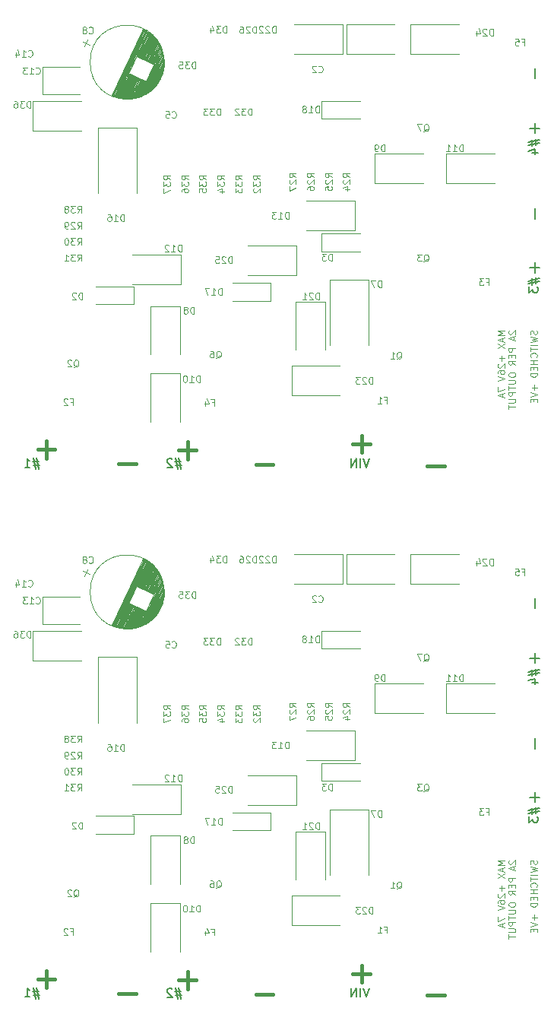
<source format=gbo>
G04 #@! TF.GenerationSoftware,KiCad,Pcbnew,6.0.7+dfsg-1+b1*
G04 #@! TF.CreationDate,2022-09-08T22:48:16+01:00*
G04 #@! TF.ProjectId,panel,70616e65-6c2e-46b6-9963-61645f706362,rev?*
G04 #@! TF.SameCoordinates,Original*
G04 #@! TF.FileFunction,Legend,Bot*
G04 #@! TF.FilePolarity,Positive*
%FSLAX46Y46*%
G04 Gerber Fmt 4.6, Leading zero omitted, Abs format (unit mm)*
G04 Created by KiCad (PCBNEW 6.0.7+dfsg-1+b1) date 2022-09-08 22:48:16*
%MOMM*%
%LPD*%
G01*
G04 APERTURE LIST*
%ADD10C,0.400000*%
%ADD11C,0.120000*%
%ADD12C,0.150000*%
%ADD13C,0.200000*%
G04 APERTURE END LIST*
D10*
X77152380Y-78378571D02*
X75247619Y-78378571D01*
X77152380Y-137378571D02*
X75247619Y-137378571D01*
D11*
X83828035Y-63356571D02*
X83078035Y-63356571D01*
X83613750Y-63606571D01*
X83078035Y-63856571D01*
X83828035Y-63856571D01*
X83613750Y-64178000D02*
X83613750Y-64535142D01*
X83828035Y-64106571D02*
X83078035Y-64356571D01*
X83828035Y-64606571D01*
X83078035Y-64785142D02*
X83828035Y-65285142D01*
X83078035Y-65285142D02*
X83828035Y-64785142D01*
X83542321Y-66142285D02*
X83542321Y-66713714D01*
X83828035Y-66428000D02*
X83256607Y-66428000D01*
X83149464Y-67035142D02*
X83113750Y-67070857D01*
X83078035Y-67142285D01*
X83078035Y-67320857D01*
X83113750Y-67392285D01*
X83149464Y-67428000D01*
X83220892Y-67463714D01*
X83292321Y-67463714D01*
X83399464Y-67428000D01*
X83828035Y-66999428D01*
X83828035Y-67463714D01*
X83078035Y-68106571D02*
X83078035Y-67963714D01*
X83113750Y-67892285D01*
X83149464Y-67856571D01*
X83256607Y-67785142D01*
X83399464Y-67749428D01*
X83685178Y-67749428D01*
X83756607Y-67785142D01*
X83792321Y-67820857D01*
X83828035Y-67892285D01*
X83828035Y-68035142D01*
X83792321Y-68106571D01*
X83756607Y-68142285D01*
X83685178Y-68178000D01*
X83506607Y-68178000D01*
X83435178Y-68142285D01*
X83399464Y-68106571D01*
X83363750Y-68035142D01*
X83363750Y-67892285D01*
X83399464Y-67820857D01*
X83435178Y-67785142D01*
X83506607Y-67749428D01*
X83078035Y-68392285D02*
X83828035Y-68642285D01*
X83078035Y-68892285D01*
X83078035Y-69642285D02*
X83078035Y-70142285D01*
X83828035Y-69820857D01*
X83613750Y-70392285D02*
X83613750Y-70749428D01*
X83828035Y-70320857D02*
X83078035Y-70570857D01*
X83828035Y-70820857D01*
X84356964Y-63320857D02*
X84321250Y-63356571D01*
X84285535Y-63428000D01*
X84285535Y-63606571D01*
X84321250Y-63678000D01*
X84356964Y-63713714D01*
X84428392Y-63749428D01*
X84499821Y-63749428D01*
X84606964Y-63713714D01*
X85035535Y-63285142D01*
X85035535Y-63749428D01*
X84821250Y-64035142D02*
X84821250Y-64392285D01*
X85035535Y-63963714D02*
X84285535Y-64213714D01*
X85035535Y-64463714D01*
X85035535Y-65285142D02*
X84285535Y-65285142D01*
X84285535Y-65570857D01*
X84321250Y-65642285D01*
X84356964Y-65678000D01*
X84428392Y-65713714D01*
X84535535Y-65713714D01*
X84606964Y-65678000D01*
X84642678Y-65642285D01*
X84678392Y-65570857D01*
X84678392Y-65285142D01*
X84642678Y-66035142D02*
X84642678Y-66285142D01*
X85035535Y-66392285D02*
X85035535Y-66035142D01*
X84285535Y-66035142D01*
X84285535Y-66392285D01*
X85035535Y-67142285D02*
X84678392Y-66892285D01*
X85035535Y-66713714D02*
X84285535Y-66713714D01*
X84285535Y-66999428D01*
X84321250Y-67070857D01*
X84356964Y-67106571D01*
X84428392Y-67142285D01*
X84535535Y-67142285D01*
X84606964Y-67106571D01*
X84642678Y-67070857D01*
X84678392Y-66999428D01*
X84678392Y-66713714D01*
X84285535Y-68178000D02*
X84285535Y-68320857D01*
X84321250Y-68392285D01*
X84392678Y-68463714D01*
X84535535Y-68499428D01*
X84785535Y-68499428D01*
X84928392Y-68463714D01*
X84999821Y-68392285D01*
X85035535Y-68320857D01*
X85035535Y-68178000D01*
X84999821Y-68106571D01*
X84928392Y-68035142D01*
X84785535Y-67999428D01*
X84535535Y-67999428D01*
X84392678Y-68035142D01*
X84321250Y-68106571D01*
X84285535Y-68178000D01*
X84285535Y-68820857D02*
X84892678Y-68820857D01*
X84964107Y-68856571D01*
X84999821Y-68892285D01*
X85035535Y-68963714D01*
X85035535Y-69106571D01*
X84999821Y-69178000D01*
X84964107Y-69213714D01*
X84892678Y-69249428D01*
X84285535Y-69249428D01*
X84285535Y-69499428D02*
X84285535Y-69928000D01*
X85035535Y-69713714D02*
X84285535Y-69713714D01*
X85035535Y-70178000D02*
X84285535Y-70178000D01*
X84285535Y-70463714D01*
X84321250Y-70535142D01*
X84356964Y-70570857D01*
X84428392Y-70606571D01*
X84535535Y-70606571D01*
X84606964Y-70570857D01*
X84642678Y-70535142D01*
X84678392Y-70463714D01*
X84678392Y-70178000D01*
X84285535Y-70928000D02*
X84892678Y-70928000D01*
X84964107Y-70963714D01*
X84999821Y-70999428D01*
X85035535Y-71070857D01*
X85035535Y-71213714D01*
X84999821Y-71285142D01*
X84964107Y-71320857D01*
X84892678Y-71356571D01*
X84285535Y-71356571D01*
X84285535Y-71606571D02*
X84285535Y-72035142D01*
X85035535Y-71820857D02*
X84285535Y-71820857D01*
X87414821Y-63320857D02*
X87450535Y-63428000D01*
X87450535Y-63606571D01*
X87414821Y-63678000D01*
X87379107Y-63713714D01*
X87307678Y-63749428D01*
X87236250Y-63749428D01*
X87164821Y-63713714D01*
X87129107Y-63678000D01*
X87093392Y-63606571D01*
X87057678Y-63463714D01*
X87021964Y-63392285D01*
X86986250Y-63356571D01*
X86914821Y-63320857D01*
X86843392Y-63320857D01*
X86771964Y-63356571D01*
X86736250Y-63392285D01*
X86700535Y-63463714D01*
X86700535Y-63642285D01*
X86736250Y-63749428D01*
X86700535Y-63999428D02*
X87450535Y-64178000D01*
X86914821Y-64320857D01*
X87450535Y-64463714D01*
X86700535Y-64642285D01*
X87450535Y-64928000D02*
X86700535Y-64928000D01*
X86700535Y-65178000D02*
X86700535Y-65606571D01*
X87450535Y-65392285D02*
X86700535Y-65392285D01*
X87379107Y-66285142D02*
X87414821Y-66249428D01*
X87450535Y-66142285D01*
X87450535Y-66070857D01*
X87414821Y-65963714D01*
X87343392Y-65892285D01*
X87271964Y-65856571D01*
X87129107Y-65820857D01*
X87021964Y-65820857D01*
X86879107Y-65856571D01*
X86807678Y-65892285D01*
X86736250Y-65963714D01*
X86700535Y-66070857D01*
X86700535Y-66142285D01*
X86736250Y-66249428D01*
X86771964Y-66285142D01*
X87450535Y-66606571D02*
X86700535Y-66606571D01*
X87057678Y-66606571D02*
X87057678Y-67035142D01*
X87450535Y-67035142D02*
X86700535Y-67035142D01*
X87057678Y-67392285D02*
X87057678Y-67642285D01*
X87450535Y-67749428D02*
X87450535Y-67392285D01*
X86700535Y-67392285D01*
X86700535Y-67749428D01*
X87450535Y-68070857D02*
X86700535Y-68070857D01*
X86700535Y-68249428D01*
X86736250Y-68356571D01*
X86807678Y-68428000D01*
X86879107Y-68463714D01*
X87021964Y-68499428D01*
X87129107Y-68499428D01*
X87271964Y-68463714D01*
X87343392Y-68428000D01*
X87414821Y-68356571D01*
X87450535Y-68249428D01*
X87450535Y-68070857D01*
X87164821Y-69392285D02*
X87164821Y-69963714D01*
X87450535Y-69678000D02*
X86879107Y-69678000D01*
X86700535Y-70213714D02*
X87450535Y-70463714D01*
X86700535Y-70713714D01*
X87057678Y-70963714D02*
X87057678Y-71213714D01*
X87450535Y-71320857D02*
X87450535Y-70963714D01*
X86700535Y-70963714D01*
X86700535Y-71320857D01*
X83828035Y-122356571D02*
X83078035Y-122356571D01*
X83613750Y-122606571D01*
X83078035Y-122856571D01*
X83828035Y-122856571D01*
X83613750Y-123178000D02*
X83613750Y-123535142D01*
X83828035Y-123106571D02*
X83078035Y-123356571D01*
X83828035Y-123606571D01*
X83078035Y-123785142D02*
X83828035Y-124285142D01*
X83078035Y-124285142D02*
X83828035Y-123785142D01*
X83542321Y-125142285D02*
X83542321Y-125713714D01*
X83828035Y-125428000D02*
X83256607Y-125428000D01*
X83149464Y-126035142D02*
X83113750Y-126070857D01*
X83078035Y-126142285D01*
X83078035Y-126320857D01*
X83113750Y-126392285D01*
X83149464Y-126428000D01*
X83220892Y-126463714D01*
X83292321Y-126463714D01*
X83399464Y-126428000D01*
X83828035Y-125999428D01*
X83828035Y-126463714D01*
X83078035Y-127106571D02*
X83078035Y-126963714D01*
X83113750Y-126892285D01*
X83149464Y-126856571D01*
X83256607Y-126785142D01*
X83399464Y-126749428D01*
X83685178Y-126749428D01*
X83756607Y-126785142D01*
X83792321Y-126820857D01*
X83828035Y-126892285D01*
X83828035Y-127035142D01*
X83792321Y-127106571D01*
X83756607Y-127142285D01*
X83685178Y-127178000D01*
X83506607Y-127178000D01*
X83435178Y-127142285D01*
X83399464Y-127106571D01*
X83363750Y-127035142D01*
X83363750Y-126892285D01*
X83399464Y-126820857D01*
X83435178Y-126785142D01*
X83506607Y-126749428D01*
X83078035Y-127392285D02*
X83828035Y-127642285D01*
X83078035Y-127892285D01*
X83078035Y-128642285D02*
X83078035Y-129142285D01*
X83828035Y-128820857D01*
X83613750Y-129392285D02*
X83613750Y-129749428D01*
X83828035Y-129320857D02*
X83078035Y-129570857D01*
X83828035Y-129820857D01*
X84356964Y-122320857D02*
X84321250Y-122356571D01*
X84285535Y-122428000D01*
X84285535Y-122606571D01*
X84321250Y-122678000D01*
X84356964Y-122713714D01*
X84428392Y-122749428D01*
X84499821Y-122749428D01*
X84606964Y-122713714D01*
X85035535Y-122285142D01*
X85035535Y-122749428D01*
X84821250Y-123035142D02*
X84821250Y-123392285D01*
X85035535Y-122963714D02*
X84285535Y-123213714D01*
X85035535Y-123463714D01*
X85035535Y-124285142D02*
X84285535Y-124285142D01*
X84285535Y-124570857D01*
X84321250Y-124642285D01*
X84356964Y-124678000D01*
X84428392Y-124713714D01*
X84535535Y-124713714D01*
X84606964Y-124678000D01*
X84642678Y-124642285D01*
X84678392Y-124570857D01*
X84678392Y-124285142D01*
X84642678Y-125035142D02*
X84642678Y-125285142D01*
X85035535Y-125392285D02*
X85035535Y-125035142D01*
X84285535Y-125035142D01*
X84285535Y-125392285D01*
X85035535Y-126142285D02*
X84678392Y-125892285D01*
X85035535Y-125713714D02*
X84285535Y-125713714D01*
X84285535Y-125999428D01*
X84321250Y-126070857D01*
X84356964Y-126106571D01*
X84428392Y-126142285D01*
X84535535Y-126142285D01*
X84606964Y-126106571D01*
X84642678Y-126070857D01*
X84678392Y-125999428D01*
X84678392Y-125713714D01*
X84285535Y-127178000D02*
X84285535Y-127320857D01*
X84321250Y-127392285D01*
X84392678Y-127463714D01*
X84535535Y-127499428D01*
X84785535Y-127499428D01*
X84928392Y-127463714D01*
X84999821Y-127392285D01*
X85035535Y-127320857D01*
X85035535Y-127178000D01*
X84999821Y-127106571D01*
X84928392Y-127035142D01*
X84785535Y-126999428D01*
X84535535Y-126999428D01*
X84392678Y-127035142D01*
X84321250Y-127106571D01*
X84285535Y-127178000D01*
X84285535Y-127820857D02*
X84892678Y-127820857D01*
X84964107Y-127856571D01*
X84999821Y-127892285D01*
X85035535Y-127963714D01*
X85035535Y-128106571D01*
X84999821Y-128178000D01*
X84964107Y-128213714D01*
X84892678Y-128249428D01*
X84285535Y-128249428D01*
X84285535Y-128499428D02*
X84285535Y-128928000D01*
X85035535Y-128713714D02*
X84285535Y-128713714D01*
X85035535Y-129178000D02*
X84285535Y-129178000D01*
X84285535Y-129463714D01*
X84321250Y-129535142D01*
X84356964Y-129570857D01*
X84428392Y-129606571D01*
X84535535Y-129606571D01*
X84606964Y-129570857D01*
X84642678Y-129535142D01*
X84678392Y-129463714D01*
X84678392Y-129178000D01*
X84285535Y-129928000D02*
X84892678Y-129928000D01*
X84964107Y-129963714D01*
X84999821Y-129999428D01*
X85035535Y-130070857D01*
X85035535Y-130213714D01*
X84999821Y-130285142D01*
X84964107Y-130320857D01*
X84892678Y-130356571D01*
X84285535Y-130356571D01*
X84285535Y-130606571D02*
X84285535Y-131035142D01*
X85035535Y-130820857D02*
X84285535Y-130820857D01*
X87414821Y-122320857D02*
X87450535Y-122428000D01*
X87450535Y-122606571D01*
X87414821Y-122678000D01*
X87379107Y-122713714D01*
X87307678Y-122749428D01*
X87236250Y-122749428D01*
X87164821Y-122713714D01*
X87129107Y-122678000D01*
X87093392Y-122606571D01*
X87057678Y-122463714D01*
X87021964Y-122392285D01*
X86986250Y-122356571D01*
X86914821Y-122320857D01*
X86843392Y-122320857D01*
X86771964Y-122356571D01*
X86736250Y-122392285D01*
X86700535Y-122463714D01*
X86700535Y-122642285D01*
X86736250Y-122749428D01*
X86700535Y-122999428D02*
X87450535Y-123178000D01*
X86914821Y-123320857D01*
X87450535Y-123463714D01*
X86700535Y-123642285D01*
X87450535Y-123928000D02*
X86700535Y-123928000D01*
X86700535Y-124178000D02*
X86700535Y-124606571D01*
X87450535Y-124392285D02*
X86700535Y-124392285D01*
X87379107Y-125285142D02*
X87414821Y-125249428D01*
X87450535Y-125142285D01*
X87450535Y-125070857D01*
X87414821Y-124963714D01*
X87343392Y-124892285D01*
X87271964Y-124856571D01*
X87129107Y-124820857D01*
X87021964Y-124820857D01*
X86879107Y-124856571D01*
X86807678Y-124892285D01*
X86736250Y-124963714D01*
X86700535Y-125070857D01*
X86700535Y-125142285D01*
X86736250Y-125249428D01*
X86771964Y-125285142D01*
X87450535Y-125606571D02*
X86700535Y-125606571D01*
X87057678Y-125606571D02*
X87057678Y-126035142D01*
X87450535Y-126035142D02*
X86700535Y-126035142D01*
X87057678Y-126392285D02*
X87057678Y-126642285D01*
X87450535Y-126749428D02*
X87450535Y-126392285D01*
X86700535Y-126392285D01*
X86700535Y-126749428D01*
X87450535Y-127070857D02*
X86700535Y-127070857D01*
X86700535Y-127249428D01*
X86736250Y-127356571D01*
X86807678Y-127428000D01*
X86879107Y-127463714D01*
X87021964Y-127499428D01*
X87129107Y-127499428D01*
X87271964Y-127463714D01*
X87343392Y-127428000D01*
X87414821Y-127356571D01*
X87450535Y-127249428D01*
X87450535Y-127070857D01*
X87164821Y-128392285D02*
X87164821Y-128963714D01*
X87450535Y-128678000D02*
X86879107Y-128678000D01*
X86700535Y-129213714D02*
X87450535Y-129463714D01*
X86700535Y-129713714D01*
X87057678Y-129963714D02*
X87057678Y-130213714D01*
X87450535Y-130320857D02*
X87450535Y-129963714D01*
X86700535Y-129963714D01*
X86700535Y-130320857D01*
D12*
X47785714Y-77910714D02*
X47071428Y-77910714D01*
X47500000Y-77482142D02*
X47785714Y-78767857D01*
X47166666Y-78339285D02*
X47880952Y-78339285D01*
X47452380Y-78767857D02*
X47166666Y-77482142D01*
X46785714Y-77672619D02*
X46738095Y-77625000D01*
X46642857Y-77577380D01*
X46404761Y-77577380D01*
X46309523Y-77625000D01*
X46261904Y-77672619D01*
X46214285Y-77767857D01*
X46214285Y-77863095D01*
X46261904Y-78005952D01*
X46833333Y-78577380D01*
X46214285Y-78577380D01*
X47785714Y-136910714D02*
X47071428Y-136910714D01*
X47500000Y-136482142D02*
X47785714Y-137767857D01*
X47166666Y-137339285D02*
X47880952Y-137339285D01*
X47452380Y-137767857D02*
X47166666Y-136482142D01*
X46785714Y-136672619D02*
X46738095Y-136625000D01*
X46642857Y-136577380D01*
X46404761Y-136577380D01*
X46309523Y-136625000D01*
X46261904Y-136672619D01*
X46214285Y-136767857D01*
X46214285Y-136863095D01*
X46261904Y-137005952D01*
X46833333Y-137577380D01*
X46214285Y-137577380D01*
X86885714Y-42089285D02*
X86885714Y-42803571D01*
X86457142Y-42375000D02*
X87742857Y-42089285D01*
X87314285Y-42708333D02*
X87314285Y-41994047D01*
X87742857Y-42422619D02*
X86457142Y-42708333D01*
X86885714Y-43565476D02*
X87552380Y-43565476D01*
X86504761Y-43327380D02*
X87219047Y-43089285D01*
X87219047Y-43708333D01*
X86885714Y-101089285D02*
X86885714Y-101803571D01*
X86457142Y-101375000D02*
X87742857Y-101089285D01*
X87314285Y-101708333D02*
X87314285Y-100994047D01*
X87742857Y-101422619D02*
X86457142Y-101708333D01*
X86885714Y-102565476D02*
X87552380Y-102565476D01*
X86504761Y-102327380D02*
X87219047Y-102089285D01*
X87219047Y-102708333D01*
D10*
X42752380Y-78178571D02*
X40847619Y-78178571D01*
X42752380Y-137178571D02*
X40847619Y-137178571D01*
X49452380Y-76678571D02*
X47547619Y-76678571D01*
X48500000Y-77630952D02*
X48500000Y-75726190D01*
X49452380Y-135678571D02*
X47547619Y-135678571D01*
X48500000Y-136630952D02*
X48500000Y-134726190D01*
D12*
X68795238Y-77552380D02*
X68461904Y-78552380D01*
X68128571Y-77552380D01*
X67795238Y-78552380D02*
X67795238Y-77552380D01*
X67319047Y-78552380D02*
X67319047Y-77552380D01*
X66747619Y-78552380D01*
X66747619Y-77552380D01*
X68795238Y-136552380D02*
X68461904Y-137552380D01*
X68128571Y-136552380D01*
X67795238Y-137552380D02*
X67795238Y-136552380D01*
X67319047Y-137552380D02*
X67319047Y-136552380D01*
X66747619Y-137552380D01*
X66747619Y-136552380D01*
D10*
X68852380Y-75978571D02*
X66947619Y-75978571D01*
X67900000Y-76930952D02*
X67900000Y-75026190D01*
X68852380Y-134978571D02*
X66947619Y-134978571D01*
X67900000Y-135930952D02*
X67900000Y-134026190D01*
X58052380Y-78278571D02*
X56147619Y-78278571D01*
X58052380Y-137278571D02*
X56147619Y-137278571D01*
D12*
X31960714Y-77885714D02*
X31246428Y-77885714D01*
X31675000Y-77457142D02*
X31960714Y-78742857D01*
X31341666Y-78314285D02*
X32055952Y-78314285D01*
X31627380Y-78742857D02*
X31341666Y-77457142D01*
X30389285Y-78552380D02*
X30960714Y-78552380D01*
X30675000Y-78552380D02*
X30675000Y-77552380D01*
X30770238Y-77695238D01*
X30865476Y-77790476D01*
X30960714Y-77838095D01*
X31960714Y-136885714D02*
X31246428Y-136885714D01*
X31675000Y-136457142D02*
X31960714Y-137742857D01*
X31341666Y-137314285D02*
X32055952Y-137314285D01*
X31627380Y-137742857D02*
X31341666Y-136457142D01*
X30389285Y-137552380D02*
X30960714Y-137552380D01*
X30675000Y-137552380D02*
X30675000Y-136552380D01*
X30770238Y-136695238D01*
X30865476Y-136790476D01*
X30960714Y-136838095D01*
X86885714Y-57514285D02*
X86885714Y-58228571D01*
X86457142Y-57800000D02*
X87742857Y-57514285D01*
X87314285Y-58133333D02*
X87314285Y-57419047D01*
X87742857Y-57847619D02*
X86457142Y-58133333D01*
X86552380Y-58466666D02*
X86552380Y-59085714D01*
X86933333Y-58752380D01*
X86933333Y-58895238D01*
X86980952Y-58990476D01*
X87028571Y-59038095D01*
X87123809Y-59085714D01*
X87361904Y-59085714D01*
X87457142Y-59038095D01*
X87504761Y-58990476D01*
X87552380Y-58895238D01*
X87552380Y-58609523D01*
X87504761Y-58514285D01*
X87457142Y-58466666D01*
X86885714Y-116514285D02*
X86885714Y-117228571D01*
X86457142Y-116800000D02*
X87742857Y-116514285D01*
X87314285Y-117133333D02*
X87314285Y-116419047D01*
X87742857Y-116847619D02*
X86457142Y-117133333D01*
X86552380Y-117466666D02*
X86552380Y-118085714D01*
X86933333Y-117752380D01*
X86933333Y-117895238D01*
X86980952Y-117990476D01*
X87028571Y-118038095D01*
X87123809Y-118085714D01*
X87361904Y-118085714D01*
X87457142Y-118038095D01*
X87504761Y-117990476D01*
X87552380Y-117895238D01*
X87552380Y-117609523D01*
X87504761Y-117514285D01*
X87457142Y-117466666D01*
D10*
X33752380Y-76578571D02*
X31847619Y-76578571D01*
X32800000Y-77530952D02*
X32800000Y-75626190D01*
X33752380Y-135578571D02*
X31847619Y-135578571D01*
X32800000Y-136530952D02*
X32800000Y-134626190D01*
D13*
X87207142Y-99228571D02*
X87207142Y-100371428D01*
X87778571Y-99800000D02*
X86635714Y-99800000D01*
X87207142Y-114728571D02*
X87207142Y-115871428D01*
X87778571Y-115300000D02*
X86635714Y-115300000D01*
X87207142Y-93128571D02*
X87207142Y-94271428D01*
X87207142Y-108728571D02*
X87207142Y-109871428D01*
X87207142Y-34128571D02*
X87207142Y-35271428D01*
X87207142Y-55728571D02*
X87207142Y-56871428D01*
X87778571Y-56300000D02*
X86635714Y-56300000D01*
X87207142Y-40228571D02*
X87207142Y-41371428D01*
X87778571Y-40800000D02*
X86635714Y-40800000D01*
X87207142Y-49728571D02*
X87207142Y-50871428D01*
D11*
X36232142Y-50189285D02*
X36482142Y-49832142D01*
X36660714Y-50189285D02*
X36660714Y-49439285D01*
X36375000Y-49439285D01*
X36303571Y-49475000D01*
X36267857Y-49510714D01*
X36232142Y-49582142D01*
X36232142Y-49689285D01*
X36267857Y-49760714D01*
X36303571Y-49796428D01*
X36375000Y-49832142D01*
X36660714Y-49832142D01*
X35982142Y-49439285D02*
X35517857Y-49439285D01*
X35767857Y-49725000D01*
X35660714Y-49725000D01*
X35589285Y-49760714D01*
X35553571Y-49796428D01*
X35517857Y-49867857D01*
X35517857Y-50046428D01*
X35553571Y-50117857D01*
X35589285Y-50153571D01*
X35660714Y-50189285D01*
X35875000Y-50189285D01*
X35946428Y-50153571D01*
X35982142Y-50117857D01*
X35089285Y-49760714D02*
X35160714Y-49725000D01*
X35196428Y-49689285D01*
X35232142Y-49617857D01*
X35232142Y-49582142D01*
X35196428Y-49510714D01*
X35160714Y-49475000D01*
X35089285Y-49439285D01*
X34946428Y-49439285D01*
X34875000Y-49475000D01*
X34839285Y-49510714D01*
X34803571Y-49582142D01*
X34803571Y-49617857D01*
X34839285Y-49689285D01*
X34875000Y-49725000D01*
X34946428Y-49760714D01*
X35089285Y-49760714D01*
X35160714Y-49796428D01*
X35196428Y-49832142D01*
X35232142Y-49903571D01*
X35232142Y-50046428D01*
X35196428Y-50117857D01*
X35160714Y-50153571D01*
X35089285Y-50189285D01*
X34946428Y-50189285D01*
X34875000Y-50153571D01*
X34839285Y-50117857D01*
X34803571Y-50046428D01*
X34803571Y-49903571D01*
X34839285Y-49832142D01*
X34875000Y-49796428D01*
X34946428Y-49760714D01*
X47835714Y-113514285D02*
X47835714Y-112764285D01*
X47657142Y-112764285D01*
X47550000Y-112800000D01*
X47478571Y-112871428D01*
X47442857Y-112942857D01*
X47407142Y-113085714D01*
X47407142Y-113192857D01*
X47442857Y-113335714D01*
X47478571Y-113407142D01*
X47550000Y-113478571D01*
X47657142Y-113514285D01*
X47835714Y-113514285D01*
X46692857Y-113514285D02*
X47121428Y-113514285D01*
X46907142Y-113514285D02*
X46907142Y-112764285D01*
X46978571Y-112871428D01*
X47050000Y-112942857D01*
X47121428Y-112978571D01*
X46407142Y-112835714D02*
X46371428Y-112800000D01*
X46300000Y-112764285D01*
X46121428Y-112764285D01*
X46050000Y-112800000D01*
X46014285Y-112835714D01*
X45978571Y-112907142D01*
X45978571Y-112978571D01*
X46014285Y-113085714D01*
X46442857Y-113514285D01*
X45978571Y-113514285D01*
X64589285Y-105267857D02*
X64232142Y-105017857D01*
X64589285Y-104839285D02*
X63839285Y-104839285D01*
X63839285Y-105125000D01*
X63875000Y-105196428D01*
X63910714Y-105232142D01*
X63982142Y-105267857D01*
X64089285Y-105267857D01*
X64160714Y-105232142D01*
X64196428Y-105196428D01*
X64232142Y-105125000D01*
X64232142Y-104839285D01*
X63910714Y-105553571D02*
X63875000Y-105589285D01*
X63839285Y-105660714D01*
X63839285Y-105839285D01*
X63875000Y-105910714D01*
X63910714Y-105946428D01*
X63982142Y-105982142D01*
X64053571Y-105982142D01*
X64160714Y-105946428D01*
X64589285Y-105517857D01*
X64589285Y-105982142D01*
X63839285Y-106660714D02*
X63839285Y-106303571D01*
X64196428Y-106267857D01*
X64160714Y-106303571D01*
X64125000Y-106375000D01*
X64125000Y-106553571D01*
X64160714Y-106625000D01*
X64196428Y-106660714D01*
X64267857Y-106696428D01*
X64446428Y-106696428D01*
X64517857Y-106660714D01*
X64553571Y-106625000D01*
X64589285Y-106553571D01*
X64589285Y-106375000D01*
X64553571Y-106303571D01*
X64517857Y-106267857D01*
X60589285Y-46267857D02*
X60232142Y-46017857D01*
X60589285Y-45839285D02*
X59839285Y-45839285D01*
X59839285Y-46125000D01*
X59875000Y-46196428D01*
X59910714Y-46232142D01*
X59982142Y-46267857D01*
X60089285Y-46267857D01*
X60160714Y-46232142D01*
X60196428Y-46196428D01*
X60232142Y-46125000D01*
X60232142Y-45839285D01*
X59910714Y-46553571D02*
X59875000Y-46589285D01*
X59839285Y-46660714D01*
X59839285Y-46839285D01*
X59875000Y-46910714D01*
X59910714Y-46946428D01*
X59982142Y-46982142D01*
X60053571Y-46982142D01*
X60160714Y-46946428D01*
X60589285Y-46517857D01*
X60589285Y-46982142D01*
X59839285Y-47232142D02*
X59839285Y-47732142D01*
X60589285Y-47410714D01*
X46775000Y-98592857D02*
X46810714Y-98628571D01*
X46917857Y-98664285D01*
X46989285Y-98664285D01*
X47096428Y-98628571D01*
X47167857Y-98557142D01*
X47203571Y-98485714D01*
X47239285Y-98342857D01*
X47239285Y-98235714D01*
X47203571Y-98092857D01*
X47167857Y-98021428D01*
X47096428Y-97950000D01*
X46989285Y-97914285D01*
X46917857Y-97914285D01*
X46810714Y-97950000D01*
X46775000Y-97985714D01*
X46096428Y-97914285D02*
X46453571Y-97914285D01*
X46489285Y-98271428D01*
X46453571Y-98235714D01*
X46382142Y-98200000D01*
X46203571Y-98200000D01*
X46132142Y-98235714D01*
X46096428Y-98271428D01*
X46060714Y-98342857D01*
X46060714Y-98521428D01*
X46096428Y-98592857D01*
X46132142Y-98628571D01*
X46203571Y-98664285D01*
X46382142Y-98664285D01*
X46453571Y-98628571D01*
X46489285Y-98592857D01*
X52335714Y-59364285D02*
X52335714Y-58614285D01*
X52157142Y-58614285D01*
X52050000Y-58650000D01*
X51978571Y-58721428D01*
X51942857Y-58792857D01*
X51907142Y-58935714D01*
X51907142Y-59042857D01*
X51942857Y-59185714D01*
X51978571Y-59257142D01*
X52050000Y-59328571D01*
X52157142Y-59364285D01*
X52335714Y-59364285D01*
X51192857Y-59364285D02*
X51621428Y-59364285D01*
X51407142Y-59364285D02*
X51407142Y-58614285D01*
X51478571Y-58721428D01*
X51550000Y-58792857D01*
X51621428Y-58828571D01*
X50942857Y-58614285D02*
X50442857Y-58614285D01*
X50764285Y-59364285D01*
X63125000Y-93517857D02*
X63160714Y-93553571D01*
X63267857Y-93589285D01*
X63339285Y-93589285D01*
X63446428Y-93553571D01*
X63517857Y-93482142D01*
X63553571Y-93410714D01*
X63589285Y-93267857D01*
X63589285Y-93160714D01*
X63553571Y-93017857D01*
X63517857Y-92946428D01*
X63446428Y-92875000D01*
X63339285Y-92839285D01*
X63267857Y-92839285D01*
X63160714Y-92875000D01*
X63125000Y-92910714D01*
X62839285Y-92910714D02*
X62803571Y-92875000D01*
X62732142Y-92839285D01*
X62553571Y-92839285D01*
X62482142Y-92875000D01*
X62446428Y-92910714D01*
X62410714Y-92982142D01*
X62410714Y-93053571D01*
X62446428Y-93160714D01*
X62875000Y-93589285D01*
X62410714Y-93589285D01*
X85800000Y-90196428D02*
X86050000Y-90196428D01*
X86050000Y-90589285D02*
X86050000Y-89839285D01*
X85692857Y-89839285D01*
X85050000Y-89839285D02*
X85407142Y-89839285D01*
X85442857Y-90196428D01*
X85407142Y-90160714D01*
X85335714Y-90125000D01*
X85157142Y-90125000D01*
X85085714Y-90160714D01*
X85050000Y-90196428D01*
X85014285Y-90267857D01*
X85014285Y-90446428D01*
X85050000Y-90517857D01*
X85085714Y-90553571D01*
X85157142Y-90589285D01*
X85335714Y-90589285D01*
X85407142Y-90553571D01*
X85442857Y-90517857D01*
X79210714Y-43389285D02*
X79210714Y-42639285D01*
X79032142Y-42639285D01*
X78925000Y-42675000D01*
X78853571Y-42746428D01*
X78817857Y-42817857D01*
X78782142Y-42960714D01*
X78782142Y-43067857D01*
X78817857Y-43210714D01*
X78853571Y-43282142D01*
X78925000Y-43353571D01*
X79032142Y-43389285D01*
X79210714Y-43389285D01*
X78067857Y-43389285D02*
X78496428Y-43389285D01*
X78282142Y-43389285D02*
X78282142Y-42639285D01*
X78353571Y-42746428D01*
X78425000Y-42817857D01*
X78496428Y-42853571D01*
X77353571Y-43389285D02*
X77782142Y-43389285D01*
X77567857Y-43389285D02*
X77567857Y-42639285D01*
X77639285Y-42746428D01*
X77710714Y-42817857D01*
X77782142Y-42853571D01*
X54589285Y-46517857D02*
X54232142Y-46267857D01*
X54589285Y-46089285D02*
X53839285Y-46089285D01*
X53839285Y-46375000D01*
X53875000Y-46446428D01*
X53910714Y-46482142D01*
X53982142Y-46517857D01*
X54089285Y-46517857D01*
X54160714Y-46482142D01*
X54196428Y-46446428D01*
X54232142Y-46375000D01*
X54232142Y-46089285D01*
X53839285Y-46767857D02*
X53839285Y-47232142D01*
X54125000Y-46982142D01*
X54125000Y-47089285D01*
X54160714Y-47160714D01*
X54196428Y-47196428D01*
X54267857Y-47232142D01*
X54446428Y-47232142D01*
X54517857Y-47196428D01*
X54553571Y-47160714D01*
X54589285Y-47089285D01*
X54589285Y-46875000D01*
X54553571Y-46803571D01*
X54517857Y-46767857D01*
X53839285Y-47482142D02*
X53839285Y-47946428D01*
X54125000Y-47696428D01*
X54125000Y-47803571D01*
X54160714Y-47875000D01*
X54196428Y-47910714D01*
X54267857Y-47946428D01*
X54446428Y-47946428D01*
X54517857Y-47910714D01*
X54553571Y-47875000D01*
X54589285Y-47803571D01*
X54589285Y-47589285D01*
X54553571Y-47517857D01*
X54517857Y-47482142D01*
X48589285Y-46517857D02*
X48232142Y-46267857D01*
X48589285Y-46089285D02*
X47839285Y-46089285D01*
X47839285Y-46375000D01*
X47875000Y-46446428D01*
X47910714Y-46482142D01*
X47982142Y-46517857D01*
X48089285Y-46517857D01*
X48160714Y-46482142D01*
X48196428Y-46446428D01*
X48232142Y-46375000D01*
X48232142Y-46089285D01*
X47839285Y-46767857D02*
X47839285Y-47232142D01*
X48125000Y-46982142D01*
X48125000Y-47089285D01*
X48160714Y-47160714D01*
X48196428Y-47196428D01*
X48267857Y-47232142D01*
X48446428Y-47232142D01*
X48517857Y-47196428D01*
X48553571Y-47160714D01*
X48589285Y-47089285D01*
X48589285Y-46875000D01*
X48553571Y-46803571D01*
X48517857Y-46767857D01*
X47839285Y-47875000D02*
X47839285Y-47732142D01*
X47875000Y-47660714D01*
X47910714Y-47625000D01*
X48017857Y-47553571D01*
X48160714Y-47517857D01*
X48446428Y-47517857D01*
X48517857Y-47553571D01*
X48553571Y-47589285D01*
X48589285Y-47660714D01*
X48589285Y-47803571D01*
X48553571Y-47875000D01*
X48517857Y-47910714D01*
X48446428Y-47946428D01*
X48267857Y-47946428D01*
X48196428Y-47910714D01*
X48160714Y-47875000D01*
X48125000Y-47803571D01*
X48125000Y-47660714D01*
X48160714Y-47589285D01*
X48196428Y-47553571D01*
X48267857Y-47517857D01*
X41460714Y-51139285D02*
X41460714Y-50389285D01*
X41282142Y-50389285D01*
X41175000Y-50425000D01*
X41103571Y-50496428D01*
X41067857Y-50567857D01*
X41032142Y-50710714D01*
X41032142Y-50817857D01*
X41067857Y-50960714D01*
X41103571Y-51032142D01*
X41175000Y-51103571D01*
X41282142Y-51139285D01*
X41460714Y-51139285D01*
X40317857Y-51139285D02*
X40746428Y-51139285D01*
X40532142Y-51139285D02*
X40532142Y-50389285D01*
X40603571Y-50496428D01*
X40675000Y-50567857D01*
X40746428Y-50603571D01*
X39675000Y-50389285D02*
X39817857Y-50389285D01*
X39889285Y-50425000D01*
X39925000Y-50460714D01*
X39996428Y-50567857D01*
X40032142Y-50710714D01*
X40032142Y-50996428D01*
X39996428Y-51067857D01*
X39960714Y-51103571D01*
X39889285Y-51139285D01*
X39746428Y-51139285D01*
X39675000Y-51103571D01*
X39639285Y-51067857D01*
X39603571Y-50996428D01*
X39603571Y-50817857D01*
X39639285Y-50746428D01*
X39675000Y-50710714D01*
X39746428Y-50675000D01*
X39889285Y-50675000D01*
X39960714Y-50710714D01*
X39996428Y-50746428D01*
X40032142Y-50817857D01*
X47835714Y-54514285D02*
X47835714Y-53764285D01*
X47657142Y-53764285D01*
X47550000Y-53800000D01*
X47478571Y-53871428D01*
X47442857Y-53942857D01*
X47407142Y-54085714D01*
X47407142Y-54192857D01*
X47442857Y-54335714D01*
X47478571Y-54407142D01*
X47550000Y-54478571D01*
X47657142Y-54514285D01*
X47835714Y-54514285D01*
X46692857Y-54514285D02*
X47121428Y-54514285D01*
X46907142Y-54514285D02*
X46907142Y-53764285D01*
X46978571Y-53871428D01*
X47050000Y-53942857D01*
X47121428Y-53978571D01*
X46407142Y-53835714D02*
X46371428Y-53800000D01*
X46300000Y-53764285D01*
X46121428Y-53764285D01*
X46050000Y-53800000D01*
X46014285Y-53835714D01*
X45978571Y-53907142D01*
X45978571Y-53978571D01*
X46014285Y-54085714D01*
X46442857Y-54514285D01*
X45978571Y-54514285D01*
X49885714Y-69064285D02*
X49885714Y-68314285D01*
X49707142Y-68314285D01*
X49600000Y-68350000D01*
X49528571Y-68421428D01*
X49492857Y-68492857D01*
X49457142Y-68635714D01*
X49457142Y-68742857D01*
X49492857Y-68885714D01*
X49528571Y-68957142D01*
X49600000Y-69028571D01*
X49707142Y-69064285D01*
X49885714Y-69064285D01*
X48742857Y-69064285D02*
X49171428Y-69064285D01*
X48957142Y-69064285D02*
X48957142Y-68314285D01*
X49028571Y-68421428D01*
X49100000Y-68492857D01*
X49171428Y-68528571D01*
X48278571Y-68314285D02*
X48207142Y-68314285D01*
X48135714Y-68350000D01*
X48100000Y-68385714D01*
X48064285Y-68457142D01*
X48028571Y-68600000D01*
X48028571Y-68778571D01*
X48064285Y-68921428D01*
X48100000Y-68992857D01*
X48135714Y-69028571D01*
X48207142Y-69064285D01*
X48278571Y-69064285D01*
X48350000Y-69028571D01*
X48385714Y-68992857D01*
X48421428Y-68921428D01*
X48457142Y-68778571D01*
X48457142Y-68600000D01*
X48421428Y-68457142D01*
X48385714Y-68385714D01*
X48350000Y-68350000D01*
X48278571Y-68314285D01*
X66589285Y-105267857D02*
X66232142Y-105017857D01*
X66589285Y-104839285D02*
X65839285Y-104839285D01*
X65839285Y-105125000D01*
X65875000Y-105196428D01*
X65910714Y-105232142D01*
X65982142Y-105267857D01*
X66089285Y-105267857D01*
X66160714Y-105232142D01*
X66196428Y-105196428D01*
X66232142Y-105125000D01*
X66232142Y-104839285D01*
X65910714Y-105553571D02*
X65875000Y-105589285D01*
X65839285Y-105660714D01*
X65839285Y-105839285D01*
X65875000Y-105910714D01*
X65910714Y-105946428D01*
X65982142Y-105982142D01*
X66053571Y-105982142D01*
X66160714Y-105946428D01*
X66589285Y-105517857D01*
X66589285Y-105982142D01*
X66089285Y-106625000D02*
X66589285Y-106625000D01*
X65803571Y-106446428D02*
X66339285Y-106267857D01*
X66339285Y-106732142D01*
X60589285Y-105267857D02*
X60232142Y-105017857D01*
X60589285Y-104839285D02*
X59839285Y-104839285D01*
X59839285Y-105125000D01*
X59875000Y-105196428D01*
X59910714Y-105232142D01*
X59982142Y-105267857D01*
X60089285Y-105267857D01*
X60160714Y-105232142D01*
X60196428Y-105196428D01*
X60232142Y-105125000D01*
X60232142Y-104839285D01*
X59910714Y-105553571D02*
X59875000Y-105589285D01*
X59839285Y-105660714D01*
X59839285Y-105839285D01*
X59875000Y-105910714D01*
X59910714Y-105946428D01*
X59982142Y-105982142D01*
X60053571Y-105982142D01*
X60160714Y-105946428D01*
X60589285Y-105517857D01*
X60589285Y-105982142D01*
X59839285Y-106232142D02*
X59839285Y-106732142D01*
X60589285Y-106410714D01*
X70103571Y-58489285D02*
X70103571Y-57739285D01*
X69925000Y-57739285D01*
X69817857Y-57775000D01*
X69746428Y-57846428D01*
X69710714Y-57917857D01*
X69675000Y-58060714D01*
X69675000Y-58167857D01*
X69710714Y-58310714D01*
X69746428Y-58382142D01*
X69817857Y-58453571D01*
X69925000Y-58489285D01*
X70103571Y-58489285D01*
X69425000Y-57739285D02*
X68925000Y-57739285D01*
X69246428Y-58489285D01*
X37525000Y-89167857D02*
X37560714Y-89203571D01*
X37667857Y-89239285D01*
X37739285Y-89239285D01*
X37846428Y-89203571D01*
X37917857Y-89132142D01*
X37953571Y-89060714D01*
X37989285Y-88917857D01*
X37989285Y-88810714D01*
X37953571Y-88667857D01*
X37917857Y-88596428D01*
X37846428Y-88525000D01*
X37739285Y-88489285D01*
X37667857Y-88489285D01*
X37560714Y-88525000D01*
X37525000Y-88560714D01*
X37096428Y-88810714D02*
X37167857Y-88775000D01*
X37203571Y-88739285D01*
X37239285Y-88667857D01*
X37239285Y-88632142D01*
X37203571Y-88560714D01*
X37167857Y-88525000D01*
X37096428Y-88489285D01*
X36953571Y-88489285D01*
X36882142Y-88525000D01*
X36846428Y-88560714D01*
X36810714Y-88632142D01*
X36810714Y-88667857D01*
X36846428Y-88739285D01*
X36882142Y-88775000D01*
X36953571Y-88810714D01*
X37096428Y-88810714D01*
X37167857Y-88846428D01*
X37203571Y-88882142D01*
X37239285Y-88953571D01*
X37239285Y-89096428D01*
X37203571Y-89167857D01*
X37167857Y-89203571D01*
X37096428Y-89239285D01*
X36953571Y-89239285D01*
X36882142Y-89203571D01*
X36846428Y-89167857D01*
X36810714Y-89096428D01*
X36810714Y-88953571D01*
X36846428Y-88882142D01*
X36882142Y-88846428D01*
X36953571Y-88810714D01*
X70478571Y-102364285D02*
X70478571Y-101614285D01*
X70300000Y-101614285D01*
X70192857Y-101650000D01*
X70121428Y-101721428D01*
X70085714Y-101792857D01*
X70050000Y-101935714D01*
X70050000Y-102042857D01*
X70085714Y-102185714D01*
X70121428Y-102257142D01*
X70192857Y-102328571D01*
X70300000Y-102364285D01*
X70478571Y-102364285D01*
X69692857Y-102364285D02*
X69550000Y-102364285D01*
X69478571Y-102328571D01*
X69442857Y-102292857D01*
X69371428Y-102185714D01*
X69335714Y-102042857D01*
X69335714Y-101757142D01*
X69371428Y-101685714D01*
X69407142Y-101650000D01*
X69478571Y-101614285D01*
X69621428Y-101614285D01*
X69692857Y-101650000D01*
X69728571Y-101685714D01*
X69764285Y-101757142D01*
X69764285Y-101935714D01*
X69728571Y-102007142D01*
X69692857Y-102042857D01*
X69621428Y-102078571D01*
X69478571Y-102078571D01*
X69407142Y-102042857D01*
X69371428Y-102007142D01*
X69335714Y-101935714D01*
X55660714Y-39339285D02*
X55660714Y-38589285D01*
X55482142Y-38589285D01*
X55375000Y-38625000D01*
X55303571Y-38696428D01*
X55267857Y-38767857D01*
X55232142Y-38910714D01*
X55232142Y-39017857D01*
X55267857Y-39160714D01*
X55303571Y-39232142D01*
X55375000Y-39303571D01*
X55482142Y-39339285D01*
X55660714Y-39339285D01*
X54982142Y-38589285D02*
X54517857Y-38589285D01*
X54767857Y-38875000D01*
X54660714Y-38875000D01*
X54589285Y-38910714D01*
X54553571Y-38946428D01*
X54517857Y-39017857D01*
X54517857Y-39196428D01*
X54553571Y-39267857D01*
X54589285Y-39303571D01*
X54660714Y-39339285D01*
X54875000Y-39339285D01*
X54946428Y-39303571D01*
X54982142Y-39267857D01*
X54232142Y-38660714D02*
X54196428Y-38625000D01*
X54125000Y-38589285D01*
X53946428Y-38589285D01*
X53875000Y-38625000D01*
X53839285Y-38660714D01*
X53803571Y-38732142D01*
X53803571Y-38803571D01*
X53839285Y-38910714D01*
X54267857Y-39339285D01*
X53803571Y-39339285D01*
X63185714Y-118864285D02*
X63185714Y-118114285D01*
X63007142Y-118114285D01*
X62900000Y-118150000D01*
X62828571Y-118221428D01*
X62792857Y-118292857D01*
X62757142Y-118435714D01*
X62757142Y-118542857D01*
X62792857Y-118685714D01*
X62828571Y-118757142D01*
X62900000Y-118828571D01*
X63007142Y-118864285D01*
X63185714Y-118864285D01*
X62471428Y-118185714D02*
X62435714Y-118150000D01*
X62364285Y-118114285D01*
X62185714Y-118114285D01*
X62114285Y-118150000D01*
X62078571Y-118185714D01*
X62042857Y-118257142D01*
X62042857Y-118328571D01*
X62078571Y-118435714D01*
X62507142Y-118864285D01*
X62042857Y-118864285D01*
X61328571Y-118864285D02*
X61757142Y-118864285D01*
X61542857Y-118864285D02*
X61542857Y-118114285D01*
X61614285Y-118221428D01*
X61685714Y-118292857D01*
X61757142Y-118328571D01*
X30782142Y-91767857D02*
X30817857Y-91803571D01*
X30925000Y-91839285D01*
X30996428Y-91839285D01*
X31103571Y-91803571D01*
X31175000Y-91732142D01*
X31210714Y-91660714D01*
X31246428Y-91517857D01*
X31246428Y-91410714D01*
X31210714Y-91267857D01*
X31175000Y-91196428D01*
X31103571Y-91125000D01*
X30996428Y-91089285D01*
X30925000Y-91089285D01*
X30817857Y-91125000D01*
X30782142Y-91160714D01*
X30067857Y-91839285D02*
X30496428Y-91839285D01*
X30282142Y-91839285D02*
X30282142Y-91089285D01*
X30353571Y-91196428D01*
X30425000Y-91267857D01*
X30496428Y-91303571D01*
X29425000Y-91339285D02*
X29425000Y-91839285D01*
X29603571Y-91053571D02*
X29782142Y-91589285D01*
X29317857Y-91589285D01*
X53460714Y-55814285D02*
X53460714Y-55064285D01*
X53282142Y-55064285D01*
X53175000Y-55100000D01*
X53103571Y-55171428D01*
X53067857Y-55242857D01*
X53032142Y-55385714D01*
X53032142Y-55492857D01*
X53067857Y-55635714D01*
X53103571Y-55707142D01*
X53175000Y-55778571D01*
X53282142Y-55814285D01*
X53460714Y-55814285D01*
X52746428Y-55135714D02*
X52710714Y-55100000D01*
X52639285Y-55064285D01*
X52460714Y-55064285D01*
X52389285Y-55100000D01*
X52353571Y-55135714D01*
X52317857Y-55207142D01*
X52317857Y-55278571D01*
X52353571Y-55385714D01*
X52782142Y-55814285D01*
X52317857Y-55814285D01*
X51639285Y-55064285D02*
X51996428Y-55064285D01*
X52032142Y-55421428D01*
X51996428Y-55385714D01*
X51925000Y-55350000D01*
X51746428Y-55350000D01*
X51675000Y-55385714D01*
X51639285Y-55421428D01*
X51603571Y-55492857D01*
X51603571Y-55671428D01*
X51639285Y-55742857D01*
X51675000Y-55778571D01*
X51746428Y-55814285D01*
X51925000Y-55814285D01*
X51996428Y-55778571D01*
X52032142Y-55742857D01*
X49885714Y-128064285D02*
X49885714Y-127314285D01*
X49707142Y-127314285D01*
X49600000Y-127350000D01*
X49528571Y-127421428D01*
X49492857Y-127492857D01*
X49457142Y-127635714D01*
X49457142Y-127742857D01*
X49492857Y-127885714D01*
X49528571Y-127957142D01*
X49600000Y-128028571D01*
X49707142Y-128064285D01*
X49885714Y-128064285D01*
X48742857Y-128064285D02*
X49171428Y-128064285D01*
X48957142Y-128064285D02*
X48957142Y-127314285D01*
X49028571Y-127421428D01*
X49100000Y-127492857D01*
X49171428Y-127528571D01*
X48278571Y-127314285D02*
X48207142Y-127314285D01*
X48135714Y-127350000D01*
X48100000Y-127385714D01*
X48064285Y-127457142D01*
X48028571Y-127600000D01*
X48028571Y-127778571D01*
X48064285Y-127921428D01*
X48100000Y-127992857D01*
X48135714Y-128028571D01*
X48207142Y-128064285D01*
X48278571Y-128064285D01*
X48350000Y-128028571D01*
X48385714Y-127992857D01*
X48421428Y-127921428D01*
X48457142Y-127778571D01*
X48457142Y-127600000D01*
X48421428Y-127457142D01*
X48385714Y-127385714D01*
X48350000Y-127350000D01*
X48278571Y-127314285D01*
X52860714Y-89164285D02*
X52860714Y-88414285D01*
X52682142Y-88414285D01*
X52575000Y-88450000D01*
X52503571Y-88521428D01*
X52467857Y-88592857D01*
X52432142Y-88735714D01*
X52432142Y-88842857D01*
X52467857Y-88985714D01*
X52503571Y-89057142D01*
X52575000Y-89128571D01*
X52682142Y-89164285D01*
X52860714Y-89164285D01*
X52182142Y-88414285D02*
X51717857Y-88414285D01*
X51967857Y-88700000D01*
X51860714Y-88700000D01*
X51789285Y-88735714D01*
X51753571Y-88771428D01*
X51717857Y-88842857D01*
X51717857Y-89021428D01*
X51753571Y-89092857D01*
X51789285Y-89128571D01*
X51860714Y-89164285D01*
X52075000Y-89164285D01*
X52146428Y-89128571D01*
X52182142Y-89092857D01*
X51075000Y-88664285D02*
X51075000Y-89164285D01*
X51253571Y-88378571D02*
X51432142Y-88914285D01*
X50967857Y-88914285D01*
X36232142Y-53789285D02*
X36482142Y-53432142D01*
X36660714Y-53789285D02*
X36660714Y-53039285D01*
X36375000Y-53039285D01*
X36303571Y-53075000D01*
X36267857Y-53110714D01*
X36232142Y-53182142D01*
X36232142Y-53289285D01*
X36267857Y-53360714D01*
X36303571Y-53396428D01*
X36375000Y-53432142D01*
X36660714Y-53432142D01*
X35982142Y-53039285D02*
X35517857Y-53039285D01*
X35767857Y-53325000D01*
X35660714Y-53325000D01*
X35589285Y-53360714D01*
X35553571Y-53396428D01*
X35517857Y-53467857D01*
X35517857Y-53646428D01*
X35553571Y-53717857D01*
X35589285Y-53753571D01*
X35660714Y-53789285D01*
X35875000Y-53789285D01*
X35946428Y-53753571D01*
X35982142Y-53717857D01*
X35053571Y-53039285D02*
X34982142Y-53039285D01*
X34910714Y-53075000D01*
X34875000Y-53110714D01*
X34839285Y-53182142D01*
X34803571Y-53325000D01*
X34803571Y-53503571D01*
X34839285Y-53646428D01*
X34875000Y-53717857D01*
X34910714Y-53753571D01*
X34982142Y-53789285D01*
X35053571Y-53789285D01*
X35125000Y-53753571D01*
X35160714Y-53717857D01*
X35196428Y-53646428D01*
X35232142Y-53503571D01*
X35232142Y-53325000D01*
X35196428Y-53182142D01*
X35160714Y-53110714D01*
X35125000Y-53075000D01*
X35053571Y-53039285D01*
X31632142Y-93692857D02*
X31667857Y-93728571D01*
X31775000Y-93764285D01*
X31846428Y-93764285D01*
X31953571Y-93728571D01*
X32025000Y-93657142D01*
X32060714Y-93585714D01*
X32096428Y-93442857D01*
X32096428Y-93335714D01*
X32060714Y-93192857D01*
X32025000Y-93121428D01*
X31953571Y-93050000D01*
X31846428Y-93014285D01*
X31775000Y-93014285D01*
X31667857Y-93050000D01*
X31632142Y-93085714D01*
X30917857Y-93764285D02*
X31346428Y-93764285D01*
X31132142Y-93764285D02*
X31132142Y-93014285D01*
X31203571Y-93121428D01*
X31275000Y-93192857D01*
X31346428Y-93228571D01*
X30667857Y-93014285D02*
X30203571Y-93014285D01*
X30453571Y-93300000D01*
X30346428Y-93300000D01*
X30275000Y-93335714D01*
X30239285Y-93371428D01*
X30203571Y-93442857D01*
X30203571Y-93621428D01*
X30239285Y-93692857D01*
X30275000Y-93728571D01*
X30346428Y-93764285D01*
X30560714Y-93764285D01*
X30632142Y-93728571D01*
X30667857Y-93692857D01*
X63185714Y-59864285D02*
X63185714Y-59114285D01*
X63007142Y-59114285D01*
X62900000Y-59150000D01*
X62828571Y-59221428D01*
X62792857Y-59292857D01*
X62757142Y-59435714D01*
X62757142Y-59542857D01*
X62792857Y-59685714D01*
X62828571Y-59757142D01*
X62900000Y-59828571D01*
X63007142Y-59864285D01*
X63185714Y-59864285D01*
X62471428Y-59185714D02*
X62435714Y-59150000D01*
X62364285Y-59114285D01*
X62185714Y-59114285D01*
X62114285Y-59150000D01*
X62078571Y-59185714D01*
X62042857Y-59257142D01*
X62042857Y-59328571D01*
X62078571Y-59435714D01*
X62507142Y-59864285D01*
X62042857Y-59864285D01*
X61328571Y-59864285D02*
X61757142Y-59864285D01*
X61542857Y-59864285D02*
X61542857Y-59114285D01*
X61614285Y-59221428D01*
X61685714Y-59292857D01*
X61757142Y-59328571D01*
X49410714Y-93139285D02*
X49410714Y-92389285D01*
X49232142Y-92389285D01*
X49125000Y-92425000D01*
X49053571Y-92496428D01*
X49017857Y-92567857D01*
X48982142Y-92710714D01*
X48982142Y-92817857D01*
X49017857Y-92960714D01*
X49053571Y-93032142D01*
X49125000Y-93103571D01*
X49232142Y-93139285D01*
X49410714Y-93139285D01*
X48732142Y-92389285D02*
X48267857Y-92389285D01*
X48517857Y-92675000D01*
X48410714Y-92675000D01*
X48339285Y-92710714D01*
X48303571Y-92746428D01*
X48267857Y-92817857D01*
X48267857Y-92996428D01*
X48303571Y-93067857D01*
X48339285Y-93103571D01*
X48410714Y-93139285D01*
X48625000Y-93139285D01*
X48696428Y-93103571D01*
X48732142Y-93067857D01*
X47589285Y-92389285D02*
X47946428Y-92389285D01*
X47982142Y-92746428D01*
X47946428Y-92710714D01*
X47875000Y-92675000D01*
X47696428Y-92675000D01*
X47625000Y-92710714D01*
X47589285Y-92746428D01*
X47553571Y-92817857D01*
X47553571Y-92996428D01*
X47589285Y-93067857D01*
X47625000Y-93103571D01*
X47696428Y-93139285D01*
X47875000Y-93139285D01*
X47946428Y-93103571D01*
X47982142Y-93067857D01*
X69135714Y-69264285D02*
X69135714Y-68514285D01*
X68957142Y-68514285D01*
X68850000Y-68550000D01*
X68778571Y-68621428D01*
X68742857Y-68692857D01*
X68707142Y-68835714D01*
X68707142Y-68942857D01*
X68742857Y-69085714D01*
X68778571Y-69157142D01*
X68850000Y-69228571D01*
X68957142Y-69264285D01*
X69135714Y-69264285D01*
X68421428Y-68585714D02*
X68385714Y-68550000D01*
X68314285Y-68514285D01*
X68135714Y-68514285D01*
X68064285Y-68550000D01*
X68028571Y-68585714D01*
X67992857Y-68657142D01*
X67992857Y-68728571D01*
X68028571Y-68835714D01*
X68457142Y-69264285D01*
X67992857Y-69264285D01*
X67742857Y-68514285D02*
X67278571Y-68514285D01*
X67528571Y-68800000D01*
X67421428Y-68800000D01*
X67350000Y-68835714D01*
X67314285Y-68871428D01*
X67278571Y-68942857D01*
X67278571Y-69121428D01*
X67314285Y-69192857D01*
X67350000Y-69228571D01*
X67421428Y-69264285D01*
X67635714Y-69264285D01*
X67707142Y-69228571D01*
X67742857Y-69192857D01*
X71821428Y-66510714D02*
X71892857Y-66475000D01*
X71964285Y-66403571D01*
X72071428Y-66296428D01*
X72142857Y-66260714D01*
X72214285Y-66260714D01*
X72178571Y-66439285D02*
X72250000Y-66403571D01*
X72321428Y-66332142D01*
X72357142Y-66189285D01*
X72357142Y-65939285D01*
X72321428Y-65796428D01*
X72250000Y-65725000D01*
X72178571Y-65689285D01*
X72035714Y-65689285D01*
X71964285Y-65725000D01*
X71892857Y-65796428D01*
X71857142Y-65939285D01*
X71857142Y-66189285D01*
X71892857Y-66332142D01*
X71964285Y-66403571D01*
X72035714Y-66439285D01*
X72178571Y-66439285D01*
X71142857Y-66439285D02*
X71571428Y-66439285D01*
X71357142Y-66439285D02*
X71357142Y-65689285D01*
X71428571Y-65796428D01*
X71500000Y-65867857D01*
X71571428Y-65903571D01*
X81800000Y-116896428D02*
X82050000Y-116896428D01*
X82050000Y-117289285D02*
X82050000Y-116539285D01*
X81692857Y-116539285D01*
X81478571Y-116539285D02*
X81014285Y-116539285D01*
X81264285Y-116825000D01*
X81157142Y-116825000D01*
X81085714Y-116860714D01*
X81050000Y-116896428D01*
X81014285Y-116967857D01*
X81014285Y-117146428D01*
X81050000Y-117217857D01*
X81085714Y-117253571D01*
X81157142Y-117289285D01*
X81371428Y-117289285D01*
X81442857Y-117253571D01*
X81478571Y-117217857D01*
X58335714Y-30164285D02*
X58335714Y-29414285D01*
X58157142Y-29414285D01*
X58050000Y-29450000D01*
X57978571Y-29521428D01*
X57942857Y-29592857D01*
X57907142Y-29735714D01*
X57907142Y-29842857D01*
X57942857Y-29985714D01*
X57978571Y-30057142D01*
X58050000Y-30128571D01*
X58157142Y-30164285D01*
X58335714Y-30164285D01*
X57621428Y-29485714D02*
X57585714Y-29450000D01*
X57514285Y-29414285D01*
X57335714Y-29414285D01*
X57264285Y-29450000D01*
X57228571Y-29485714D01*
X57192857Y-29557142D01*
X57192857Y-29628571D01*
X57228571Y-29735714D01*
X57657142Y-30164285D01*
X57192857Y-30164285D01*
X56907142Y-29485714D02*
X56871428Y-29450000D01*
X56800000Y-29414285D01*
X56621428Y-29414285D01*
X56550000Y-29450000D01*
X56514285Y-29485714D01*
X56478571Y-29557142D01*
X56478571Y-29628571D01*
X56514285Y-29735714D01*
X56942857Y-30164285D01*
X56478571Y-30164285D01*
X46775000Y-39592857D02*
X46810714Y-39628571D01*
X46917857Y-39664285D01*
X46989285Y-39664285D01*
X47096428Y-39628571D01*
X47167857Y-39557142D01*
X47203571Y-39485714D01*
X47239285Y-39342857D01*
X47239285Y-39235714D01*
X47203571Y-39092857D01*
X47167857Y-39021428D01*
X47096428Y-38950000D01*
X46989285Y-38914285D01*
X46917857Y-38914285D01*
X46810714Y-38950000D01*
X46775000Y-38985714D01*
X46096428Y-38914285D02*
X46453571Y-38914285D01*
X46489285Y-39271428D01*
X46453571Y-39235714D01*
X46382142Y-39200000D01*
X46203571Y-39200000D01*
X46132142Y-39235714D01*
X46096428Y-39271428D01*
X46060714Y-39342857D01*
X46060714Y-39521428D01*
X46096428Y-39592857D01*
X46132142Y-39628571D01*
X46203571Y-39664285D01*
X46382142Y-39664285D01*
X46453571Y-39628571D01*
X46489285Y-39592857D01*
X52335714Y-118364285D02*
X52335714Y-117614285D01*
X52157142Y-117614285D01*
X52050000Y-117650000D01*
X51978571Y-117721428D01*
X51942857Y-117792857D01*
X51907142Y-117935714D01*
X51907142Y-118042857D01*
X51942857Y-118185714D01*
X51978571Y-118257142D01*
X52050000Y-118328571D01*
X52157142Y-118364285D01*
X52335714Y-118364285D01*
X51192857Y-118364285D02*
X51621428Y-118364285D01*
X51407142Y-118364285D02*
X51407142Y-117614285D01*
X51478571Y-117721428D01*
X51550000Y-117792857D01*
X51621428Y-117828571D01*
X50942857Y-117614285D02*
X50442857Y-117614285D01*
X50764285Y-118364285D01*
X30782142Y-32767857D02*
X30817857Y-32803571D01*
X30925000Y-32839285D01*
X30996428Y-32839285D01*
X31103571Y-32803571D01*
X31175000Y-32732142D01*
X31210714Y-32660714D01*
X31246428Y-32517857D01*
X31246428Y-32410714D01*
X31210714Y-32267857D01*
X31175000Y-32196428D01*
X31103571Y-32125000D01*
X30996428Y-32089285D01*
X30925000Y-32089285D01*
X30817857Y-32125000D01*
X30782142Y-32160714D01*
X30067857Y-32839285D02*
X30496428Y-32839285D01*
X30282142Y-32839285D02*
X30282142Y-32089285D01*
X30353571Y-32196428D01*
X30425000Y-32267857D01*
X30496428Y-32303571D01*
X29425000Y-32339285D02*
X29425000Y-32839285D01*
X29603571Y-32053571D02*
X29782142Y-32589285D01*
X29317857Y-32589285D01*
X56589285Y-105505357D02*
X56232142Y-105255357D01*
X56589285Y-105076785D02*
X55839285Y-105076785D01*
X55839285Y-105362500D01*
X55875000Y-105433928D01*
X55910714Y-105469642D01*
X55982142Y-105505357D01*
X56089285Y-105505357D01*
X56160714Y-105469642D01*
X56196428Y-105433928D01*
X56232142Y-105362500D01*
X56232142Y-105076785D01*
X55839285Y-105755357D02*
X55839285Y-106219642D01*
X56125000Y-105969642D01*
X56125000Y-106076785D01*
X56160714Y-106148214D01*
X56196428Y-106183928D01*
X56267857Y-106219642D01*
X56446428Y-106219642D01*
X56517857Y-106183928D01*
X56553571Y-106148214D01*
X56589285Y-106076785D01*
X56589285Y-105862500D01*
X56553571Y-105791071D01*
X56517857Y-105755357D01*
X55910714Y-106505357D02*
X55875000Y-106541071D01*
X55839285Y-106612500D01*
X55839285Y-106791071D01*
X55875000Y-106862500D01*
X55910714Y-106898214D01*
X55982142Y-106933928D01*
X56053571Y-106933928D01*
X56160714Y-106898214D01*
X56589285Y-106469642D01*
X56589285Y-106933928D01*
X64589285Y-46267857D02*
X64232142Y-46017857D01*
X64589285Y-45839285D02*
X63839285Y-45839285D01*
X63839285Y-46125000D01*
X63875000Y-46196428D01*
X63910714Y-46232142D01*
X63982142Y-46267857D01*
X64089285Y-46267857D01*
X64160714Y-46232142D01*
X64196428Y-46196428D01*
X64232142Y-46125000D01*
X64232142Y-45839285D01*
X63910714Y-46553571D02*
X63875000Y-46589285D01*
X63839285Y-46660714D01*
X63839285Y-46839285D01*
X63875000Y-46910714D01*
X63910714Y-46946428D01*
X63982142Y-46982142D01*
X64053571Y-46982142D01*
X64160714Y-46946428D01*
X64589285Y-46517857D01*
X64589285Y-46982142D01*
X63839285Y-47660714D02*
X63839285Y-47303571D01*
X64196428Y-47267857D01*
X64160714Y-47303571D01*
X64125000Y-47375000D01*
X64125000Y-47553571D01*
X64160714Y-47625000D01*
X64196428Y-47660714D01*
X64267857Y-47696428D01*
X64446428Y-47696428D01*
X64517857Y-47660714D01*
X64553571Y-47625000D01*
X64589285Y-47553571D01*
X64589285Y-47375000D01*
X64553571Y-47303571D01*
X64517857Y-47267857D01*
X36803571Y-118839285D02*
X36803571Y-118089285D01*
X36625000Y-118089285D01*
X36517857Y-118125000D01*
X36446428Y-118196428D01*
X36410714Y-118267857D01*
X36375000Y-118410714D01*
X36375000Y-118517857D01*
X36410714Y-118660714D01*
X36446428Y-118732142D01*
X36517857Y-118803571D01*
X36625000Y-118839285D01*
X36803571Y-118839285D01*
X36089285Y-118160714D02*
X36053571Y-118125000D01*
X35982142Y-118089285D01*
X35803571Y-118089285D01*
X35732142Y-118125000D01*
X35696428Y-118160714D01*
X35660714Y-118232142D01*
X35660714Y-118303571D01*
X35696428Y-118410714D01*
X36125000Y-118839285D01*
X35660714Y-118839285D01*
X50589285Y-105505357D02*
X50232142Y-105255357D01*
X50589285Y-105076785D02*
X49839285Y-105076785D01*
X49839285Y-105362500D01*
X49875000Y-105433928D01*
X49910714Y-105469642D01*
X49982142Y-105505357D01*
X50089285Y-105505357D01*
X50160714Y-105469642D01*
X50196428Y-105433928D01*
X50232142Y-105362500D01*
X50232142Y-105076785D01*
X49839285Y-105755357D02*
X49839285Y-106219642D01*
X50125000Y-105969642D01*
X50125000Y-106076785D01*
X50160714Y-106148214D01*
X50196428Y-106183928D01*
X50267857Y-106219642D01*
X50446428Y-106219642D01*
X50517857Y-106183928D01*
X50553571Y-106148214D01*
X50589285Y-106076785D01*
X50589285Y-105862500D01*
X50553571Y-105791071D01*
X50517857Y-105755357D01*
X49839285Y-106898214D02*
X49839285Y-106541071D01*
X50196428Y-106505357D01*
X50160714Y-106541071D01*
X50125000Y-106612500D01*
X50125000Y-106791071D01*
X50160714Y-106862500D01*
X50196428Y-106898214D01*
X50267857Y-106933928D01*
X50446428Y-106933928D01*
X50517857Y-106898214D01*
X50553571Y-106862500D01*
X50589285Y-106791071D01*
X50589285Y-106612500D01*
X50553571Y-106541071D01*
X50517857Y-106505357D01*
X35500000Y-130266428D02*
X35750000Y-130266428D01*
X35750000Y-130659285D02*
X35750000Y-129909285D01*
X35392857Y-129909285D01*
X35142857Y-129980714D02*
X35107142Y-129945000D01*
X35035714Y-129909285D01*
X34857142Y-129909285D01*
X34785714Y-129945000D01*
X34750000Y-129980714D01*
X34714285Y-130052142D01*
X34714285Y-130123571D01*
X34750000Y-130230714D01*
X35178571Y-130659285D01*
X34714285Y-130659285D01*
X70478571Y-43364285D02*
X70478571Y-42614285D01*
X70300000Y-42614285D01*
X70192857Y-42650000D01*
X70121428Y-42721428D01*
X70085714Y-42792857D01*
X70050000Y-42935714D01*
X70050000Y-43042857D01*
X70085714Y-43185714D01*
X70121428Y-43257142D01*
X70192857Y-43328571D01*
X70300000Y-43364285D01*
X70478571Y-43364285D01*
X69692857Y-43364285D02*
X69550000Y-43364285D01*
X69478571Y-43328571D01*
X69442857Y-43292857D01*
X69371428Y-43185714D01*
X69335714Y-43042857D01*
X69335714Y-42757142D01*
X69371428Y-42685714D01*
X69407142Y-42650000D01*
X69478571Y-42614285D01*
X69621428Y-42614285D01*
X69692857Y-42650000D01*
X69728571Y-42685714D01*
X69764285Y-42757142D01*
X69764285Y-42935714D01*
X69728571Y-43007142D01*
X69692857Y-43042857D01*
X69621428Y-43078571D01*
X69478571Y-43078571D01*
X69407142Y-43042857D01*
X69371428Y-43007142D01*
X69335714Y-42935714D01*
X56160714Y-30189285D02*
X56160714Y-29439285D01*
X55982142Y-29439285D01*
X55875000Y-29475000D01*
X55803571Y-29546428D01*
X55767857Y-29617857D01*
X55732142Y-29760714D01*
X55732142Y-29867857D01*
X55767857Y-30010714D01*
X55803571Y-30082142D01*
X55875000Y-30153571D01*
X55982142Y-30189285D01*
X56160714Y-30189285D01*
X55446428Y-29510714D02*
X55410714Y-29475000D01*
X55339285Y-29439285D01*
X55160714Y-29439285D01*
X55089285Y-29475000D01*
X55053571Y-29510714D01*
X55017857Y-29582142D01*
X55017857Y-29653571D01*
X55053571Y-29760714D01*
X55482142Y-30189285D01*
X55017857Y-30189285D01*
X54375000Y-29439285D02*
X54517857Y-29439285D01*
X54589285Y-29475000D01*
X54625000Y-29510714D01*
X54696428Y-29617857D01*
X54732142Y-29760714D01*
X54732142Y-30046428D01*
X54696428Y-30117857D01*
X54660714Y-30153571D01*
X54589285Y-30189285D01*
X54446428Y-30189285D01*
X54375000Y-30153571D01*
X54339285Y-30117857D01*
X54303571Y-30046428D01*
X54303571Y-29867857D01*
X54339285Y-29796428D01*
X54375000Y-29760714D01*
X54446428Y-29725000D01*
X54589285Y-29725000D01*
X54660714Y-29760714D01*
X54696428Y-29796428D01*
X54732142Y-29867857D01*
X46589285Y-105517857D02*
X46232142Y-105267857D01*
X46589285Y-105089285D02*
X45839285Y-105089285D01*
X45839285Y-105375000D01*
X45875000Y-105446428D01*
X45910714Y-105482142D01*
X45982142Y-105517857D01*
X46089285Y-105517857D01*
X46160714Y-105482142D01*
X46196428Y-105446428D01*
X46232142Y-105375000D01*
X46232142Y-105089285D01*
X45839285Y-105767857D02*
X45839285Y-106232142D01*
X46125000Y-105982142D01*
X46125000Y-106089285D01*
X46160714Y-106160714D01*
X46196428Y-106196428D01*
X46267857Y-106232142D01*
X46446428Y-106232142D01*
X46517857Y-106196428D01*
X46553571Y-106160714D01*
X46589285Y-106089285D01*
X46589285Y-105875000D01*
X46553571Y-105803571D01*
X46517857Y-105767857D01*
X45839285Y-106482142D02*
X45839285Y-106982142D01*
X46589285Y-106660714D01*
X51225000Y-71296428D02*
X51475000Y-71296428D01*
X51475000Y-71689285D02*
X51475000Y-70939285D01*
X51117857Y-70939285D01*
X50510714Y-71189285D02*
X50510714Y-71689285D01*
X50689285Y-70903571D02*
X50867857Y-71439285D01*
X50403571Y-71439285D01*
X74821428Y-114660714D02*
X74892857Y-114625000D01*
X74964285Y-114553571D01*
X75071428Y-114446428D01*
X75142857Y-114410714D01*
X75214285Y-114410714D01*
X75178571Y-114589285D02*
X75250000Y-114553571D01*
X75321428Y-114482142D01*
X75357142Y-114339285D01*
X75357142Y-114089285D01*
X75321428Y-113946428D01*
X75250000Y-113875000D01*
X75178571Y-113839285D01*
X75035714Y-113839285D01*
X74964285Y-113875000D01*
X74892857Y-113946428D01*
X74857142Y-114089285D01*
X74857142Y-114339285D01*
X74892857Y-114482142D01*
X74964285Y-114553571D01*
X75035714Y-114589285D01*
X75178571Y-114589285D01*
X74607142Y-113839285D02*
X74142857Y-113839285D01*
X74392857Y-114125000D01*
X74285714Y-114125000D01*
X74214285Y-114160714D01*
X74178571Y-114196428D01*
X74142857Y-114267857D01*
X74142857Y-114446428D01*
X74178571Y-114517857D01*
X74214285Y-114553571D01*
X74285714Y-114589285D01*
X74500000Y-114589285D01*
X74571428Y-114553571D01*
X74607142Y-114517857D01*
X56160714Y-89189285D02*
X56160714Y-88439285D01*
X55982142Y-88439285D01*
X55875000Y-88475000D01*
X55803571Y-88546428D01*
X55767857Y-88617857D01*
X55732142Y-88760714D01*
X55732142Y-88867857D01*
X55767857Y-89010714D01*
X55803571Y-89082142D01*
X55875000Y-89153571D01*
X55982142Y-89189285D01*
X56160714Y-89189285D01*
X55446428Y-88510714D02*
X55410714Y-88475000D01*
X55339285Y-88439285D01*
X55160714Y-88439285D01*
X55089285Y-88475000D01*
X55053571Y-88510714D01*
X55017857Y-88582142D01*
X55017857Y-88653571D01*
X55053571Y-88760714D01*
X55482142Y-89189285D01*
X55017857Y-89189285D01*
X54375000Y-88439285D02*
X54517857Y-88439285D01*
X54589285Y-88475000D01*
X54625000Y-88510714D01*
X54696428Y-88617857D01*
X54732142Y-88760714D01*
X54732142Y-89046428D01*
X54696428Y-89117857D01*
X54660714Y-89153571D01*
X54589285Y-89189285D01*
X54446428Y-89189285D01*
X54375000Y-89153571D01*
X54339285Y-89117857D01*
X54303571Y-89046428D01*
X54303571Y-88867857D01*
X54339285Y-88796428D01*
X54375000Y-88760714D01*
X54446428Y-88725000D01*
X54589285Y-88725000D01*
X54660714Y-88760714D01*
X54696428Y-88796428D01*
X54732142Y-88867857D01*
X48589285Y-105517857D02*
X48232142Y-105267857D01*
X48589285Y-105089285D02*
X47839285Y-105089285D01*
X47839285Y-105375000D01*
X47875000Y-105446428D01*
X47910714Y-105482142D01*
X47982142Y-105517857D01*
X48089285Y-105517857D01*
X48160714Y-105482142D01*
X48196428Y-105446428D01*
X48232142Y-105375000D01*
X48232142Y-105089285D01*
X47839285Y-105767857D02*
X47839285Y-106232142D01*
X48125000Y-105982142D01*
X48125000Y-106089285D01*
X48160714Y-106160714D01*
X48196428Y-106196428D01*
X48267857Y-106232142D01*
X48446428Y-106232142D01*
X48517857Y-106196428D01*
X48553571Y-106160714D01*
X48589285Y-106089285D01*
X48589285Y-105875000D01*
X48553571Y-105803571D01*
X48517857Y-105767857D01*
X47839285Y-106875000D02*
X47839285Y-106732142D01*
X47875000Y-106660714D01*
X47910714Y-106625000D01*
X48017857Y-106553571D01*
X48160714Y-106517857D01*
X48446428Y-106517857D01*
X48517857Y-106553571D01*
X48553571Y-106589285D01*
X48589285Y-106660714D01*
X48589285Y-106803571D01*
X48553571Y-106875000D01*
X48517857Y-106910714D01*
X48446428Y-106946428D01*
X48267857Y-106946428D01*
X48196428Y-106910714D01*
X48160714Y-106875000D01*
X48125000Y-106803571D01*
X48125000Y-106660714D01*
X48160714Y-106589285D01*
X48196428Y-106553571D01*
X48267857Y-106517857D01*
X55660714Y-98339285D02*
X55660714Y-97589285D01*
X55482142Y-97589285D01*
X55375000Y-97625000D01*
X55303571Y-97696428D01*
X55267857Y-97767857D01*
X55232142Y-97910714D01*
X55232142Y-98017857D01*
X55267857Y-98160714D01*
X55303571Y-98232142D01*
X55375000Y-98303571D01*
X55482142Y-98339285D01*
X55660714Y-98339285D01*
X54982142Y-97589285D02*
X54517857Y-97589285D01*
X54767857Y-97875000D01*
X54660714Y-97875000D01*
X54589285Y-97910714D01*
X54553571Y-97946428D01*
X54517857Y-98017857D01*
X54517857Y-98196428D01*
X54553571Y-98267857D01*
X54589285Y-98303571D01*
X54660714Y-98339285D01*
X54875000Y-98339285D01*
X54946428Y-98303571D01*
X54982142Y-98267857D01*
X54232142Y-97660714D02*
X54196428Y-97625000D01*
X54125000Y-97589285D01*
X53946428Y-97589285D01*
X53875000Y-97625000D01*
X53839285Y-97660714D01*
X53803571Y-97732142D01*
X53803571Y-97803571D01*
X53839285Y-97910714D01*
X54267857Y-98339285D01*
X53803571Y-98339285D01*
X51696428Y-66410714D02*
X51767857Y-66375000D01*
X51839285Y-66303571D01*
X51946428Y-66196428D01*
X52017857Y-66160714D01*
X52089285Y-66160714D01*
X52053571Y-66339285D02*
X52125000Y-66303571D01*
X52196428Y-66232142D01*
X52232142Y-66089285D01*
X52232142Y-65839285D01*
X52196428Y-65696428D01*
X52125000Y-65625000D01*
X52053571Y-65589285D01*
X51910714Y-65589285D01*
X51839285Y-65625000D01*
X51767857Y-65696428D01*
X51732142Y-65839285D01*
X51732142Y-66089285D01*
X51767857Y-66232142D01*
X51839285Y-66303571D01*
X51910714Y-66339285D01*
X52053571Y-66339285D01*
X51089285Y-65589285D02*
X51232142Y-65589285D01*
X51303571Y-65625000D01*
X51339285Y-65660714D01*
X51410714Y-65767857D01*
X51446428Y-65910714D01*
X51446428Y-66196428D01*
X51410714Y-66267857D01*
X51375000Y-66303571D01*
X51303571Y-66339285D01*
X51160714Y-66339285D01*
X51089285Y-66303571D01*
X51053571Y-66267857D01*
X51017857Y-66196428D01*
X51017857Y-66017857D01*
X51053571Y-65946428D01*
X51089285Y-65910714D01*
X51160714Y-65875000D01*
X51303571Y-65875000D01*
X51375000Y-65910714D01*
X51410714Y-65946428D01*
X51446428Y-66017857D01*
X82535714Y-30464285D02*
X82535714Y-29714285D01*
X82357142Y-29714285D01*
X82250000Y-29750000D01*
X82178571Y-29821428D01*
X82142857Y-29892857D01*
X82107142Y-30035714D01*
X82107142Y-30142857D01*
X82142857Y-30285714D01*
X82178571Y-30357142D01*
X82250000Y-30428571D01*
X82357142Y-30464285D01*
X82535714Y-30464285D01*
X81821428Y-29785714D02*
X81785714Y-29750000D01*
X81714285Y-29714285D01*
X81535714Y-29714285D01*
X81464285Y-29750000D01*
X81428571Y-29785714D01*
X81392857Y-29857142D01*
X81392857Y-29928571D01*
X81428571Y-30035714D01*
X81857142Y-30464285D01*
X81392857Y-30464285D01*
X80750000Y-29964285D02*
X80750000Y-30464285D01*
X80928571Y-29678571D02*
X81107142Y-30214285D01*
X80642857Y-30214285D01*
X63125000Y-34517857D02*
X63160714Y-34553571D01*
X63267857Y-34589285D01*
X63339285Y-34589285D01*
X63446428Y-34553571D01*
X63517857Y-34482142D01*
X63553571Y-34410714D01*
X63589285Y-34267857D01*
X63589285Y-34160714D01*
X63553571Y-34017857D01*
X63517857Y-33946428D01*
X63446428Y-33875000D01*
X63339285Y-33839285D01*
X63267857Y-33839285D01*
X63160714Y-33875000D01*
X63125000Y-33910714D01*
X62839285Y-33910714D02*
X62803571Y-33875000D01*
X62732142Y-33839285D01*
X62553571Y-33839285D01*
X62482142Y-33875000D01*
X62446428Y-33910714D01*
X62410714Y-33982142D01*
X62410714Y-34053571D01*
X62446428Y-34160714D01*
X62875000Y-34589285D01*
X62410714Y-34589285D01*
X35821428Y-67410714D02*
X35892857Y-67375000D01*
X35964285Y-67303571D01*
X36071428Y-67196428D01*
X36142857Y-67160714D01*
X36214285Y-67160714D01*
X36178571Y-67339285D02*
X36250000Y-67303571D01*
X36321428Y-67232142D01*
X36357142Y-67089285D01*
X36357142Y-66839285D01*
X36321428Y-66696428D01*
X36250000Y-66625000D01*
X36178571Y-66589285D01*
X36035714Y-66589285D01*
X35964285Y-66625000D01*
X35892857Y-66696428D01*
X35857142Y-66839285D01*
X35857142Y-67089285D01*
X35892857Y-67232142D01*
X35964285Y-67303571D01*
X36035714Y-67339285D01*
X36178571Y-67339285D01*
X35571428Y-66660714D02*
X35535714Y-66625000D01*
X35464285Y-66589285D01*
X35285714Y-66589285D01*
X35214285Y-66625000D01*
X35178571Y-66660714D01*
X35142857Y-66732142D01*
X35142857Y-66803571D01*
X35178571Y-66910714D01*
X35607142Y-67339285D01*
X35142857Y-67339285D01*
X66589285Y-46267857D02*
X66232142Y-46017857D01*
X66589285Y-45839285D02*
X65839285Y-45839285D01*
X65839285Y-46125000D01*
X65875000Y-46196428D01*
X65910714Y-46232142D01*
X65982142Y-46267857D01*
X66089285Y-46267857D01*
X66160714Y-46232142D01*
X66196428Y-46196428D01*
X66232142Y-46125000D01*
X66232142Y-45839285D01*
X65910714Y-46553571D02*
X65875000Y-46589285D01*
X65839285Y-46660714D01*
X65839285Y-46839285D01*
X65875000Y-46910714D01*
X65910714Y-46946428D01*
X65982142Y-46982142D01*
X66053571Y-46982142D01*
X66160714Y-46946428D01*
X66589285Y-46517857D01*
X66589285Y-46982142D01*
X66089285Y-47625000D02*
X66589285Y-47625000D01*
X65803571Y-47446428D02*
X66339285Y-47267857D01*
X66339285Y-47732142D01*
X41460714Y-110139285D02*
X41460714Y-109389285D01*
X41282142Y-109389285D01*
X41175000Y-109425000D01*
X41103571Y-109496428D01*
X41067857Y-109567857D01*
X41032142Y-109710714D01*
X41032142Y-109817857D01*
X41067857Y-109960714D01*
X41103571Y-110032142D01*
X41175000Y-110103571D01*
X41282142Y-110139285D01*
X41460714Y-110139285D01*
X40317857Y-110139285D02*
X40746428Y-110139285D01*
X40532142Y-110139285D02*
X40532142Y-109389285D01*
X40603571Y-109496428D01*
X40675000Y-109567857D01*
X40746428Y-109603571D01*
X39675000Y-109389285D02*
X39817857Y-109389285D01*
X39889285Y-109425000D01*
X39925000Y-109460714D01*
X39996428Y-109567857D01*
X40032142Y-109710714D01*
X40032142Y-109996428D01*
X39996428Y-110067857D01*
X39960714Y-110103571D01*
X39889285Y-110139285D01*
X39746428Y-110139285D01*
X39675000Y-110103571D01*
X39639285Y-110067857D01*
X39603571Y-109996428D01*
X39603571Y-109817857D01*
X39639285Y-109746428D01*
X39675000Y-109710714D01*
X39746428Y-109675000D01*
X39889285Y-109675000D01*
X39960714Y-109710714D01*
X39996428Y-109746428D01*
X40032142Y-109817857D01*
X56589285Y-46505357D02*
X56232142Y-46255357D01*
X56589285Y-46076785D02*
X55839285Y-46076785D01*
X55839285Y-46362500D01*
X55875000Y-46433928D01*
X55910714Y-46469642D01*
X55982142Y-46505357D01*
X56089285Y-46505357D01*
X56160714Y-46469642D01*
X56196428Y-46433928D01*
X56232142Y-46362500D01*
X56232142Y-46076785D01*
X55839285Y-46755357D02*
X55839285Y-47219642D01*
X56125000Y-46969642D01*
X56125000Y-47076785D01*
X56160714Y-47148214D01*
X56196428Y-47183928D01*
X56267857Y-47219642D01*
X56446428Y-47219642D01*
X56517857Y-47183928D01*
X56553571Y-47148214D01*
X56589285Y-47076785D01*
X56589285Y-46862500D01*
X56553571Y-46791071D01*
X56517857Y-46755357D01*
X55910714Y-47505357D02*
X55875000Y-47541071D01*
X55839285Y-47612500D01*
X55839285Y-47791071D01*
X55875000Y-47862500D01*
X55910714Y-47898214D01*
X55982142Y-47933928D01*
X56053571Y-47933928D01*
X56160714Y-47898214D01*
X56589285Y-47469642D01*
X56589285Y-47933928D01*
X81800000Y-57896428D02*
X82050000Y-57896428D01*
X82050000Y-58289285D02*
X82050000Y-57539285D01*
X81692857Y-57539285D01*
X81478571Y-57539285D02*
X81014285Y-57539285D01*
X81264285Y-57825000D01*
X81157142Y-57825000D01*
X81085714Y-57860714D01*
X81050000Y-57896428D01*
X81014285Y-57967857D01*
X81014285Y-58146428D01*
X81050000Y-58217857D01*
X81085714Y-58253571D01*
X81157142Y-58289285D01*
X81371428Y-58289285D01*
X81442857Y-58253571D01*
X81478571Y-58217857D01*
X31010714Y-38514285D02*
X31010714Y-37764285D01*
X30832142Y-37764285D01*
X30725000Y-37800000D01*
X30653571Y-37871428D01*
X30617857Y-37942857D01*
X30582142Y-38085714D01*
X30582142Y-38192857D01*
X30617857Y-38335714D01*
X30653571Y-38407142D01*
X30725000Y-38478571D01*
X30832142Y-38514285D01*
X31010714Y-38514285D01*
X30332142Y-37764285D02*
X29867857Y-37764285D01*
X30117857Y-38050000D01*
X30010714Y-38050000D01*
X29939285Y-38085714D01*
X29903571Y-38121428D01*
X29867857Y-38192857D01*
X29867857Y-38371428D01*
X29903571Y-38442857D01*
X29939285Y-38478571D01*
X30010714Y-38514285D01*
X30225000Y-38514285D01*
X30296428Y-38478571D01*
X30332142Y-38442857D01*
X29225000Y-37764285D02*
X29367857Y-37764285D01*
X29439285Y-37800000D01*
X29475000Y-37835714D01*
X29546428Y-37942857D01*
X29582142Y-38085714D01*
X29582142Y-38371428D01*
X29546428Y-38442857D01*
X29510714Y-38478571D01*
X29439285Y-38514285D01*
X29296428Y-38514285D01*
X29225000Y-38478571D01*
X29189285Y-38442857D01*
X29153571Y-38371428D01*
X29153571Y-38192857D01*
X29189285Y-38121428D01*
X29225000Y-38085714D01*
X29296428Y-38050000D01*
X29439285Y-38050000D01*
X29510714Y-38085714D01*
X29546428Y-38121428D01*
X29582142Y-38192857D01*
X36232142Y-114589285D02*
X36482142Y-114232142D01*
X36660714Y-114589285D02*
X36660714Y-113839285D01*
X36375000Y-113839285D01*
X36303571Y-113875000D01*
X36267857Y-113910714D01*
X36232142Y-113982142D01*
X36232142Y-114089285D01*
X36267857Y-114160714D01*
X36303571Y-114196428D01*
X36375000Y-114232142D01*
X36660714Y-114232142D01*
X35982142Y-113839285D02*
X35517857Y-113839285D01*
X35767857Y-114125000D01*
X35660714Y-114125000D01*
X35589285Y-114160714D01*
X35553571Y-114196428D01*
X35517857Y-114267857D01*
X35517857Y-114446428D01*
X35553571Y-114517857D01*
X35589285Y-114553571D01*
X35660714Y-114589285D01*
X35875000Y-114589285D01*
X35946428Y-114553571D01*
X35982142Y-114517857D01*
X34803571Y-114589285D02*
X35232142Y-114589285D01*
X35017857Y-114589285D02*
X35017857Y-113839285D01*
X35089285Y-113946428D01*
X35160714Y-114017857D01*
X35232142Y-114053571D01*
X70500000Y-71046428D02*
X70750000Y-71046428D01*
X70750000Y-71439285D02*
X70750000Y-70689285D01*
X70392857Y-70689285D01*
X69714285Y-71439285D02*
X70142857Y-71439285D01*
X69928571Y-71439285D02*
X69928571Y-70689285D01*
X70000000Y-70796428D01*
X70071428Y-70867857D01*
X70142857Y-70903571D01*
X36232142Y-51989285D02*
X36482142Y-51632142D01*
X36660714Y-51989285D02*
X36660714Y-51239285D01*
X36375000Y-51239285D01*
X36303571Y-51275000D01*
X36267857Y-51310714D01*
X36232142Y-51382142D01*
X36232142Y-51489285D01*
X36267857Y-51560714D01*
X36303571Y-51596428D01*
X36375000Y-51632142D01*
X36660714Y-51632142D01*
X35946428Y-51310714D02*
X35910714Y-51275000D01*
X35839285Y-51239285D01*
X35660714Y-51239285D01*
X35589285Y-51275000D01*
X35553571Y-51310714D01*
X35517857Y-51382142D01*
X35517857Y-51453571D01*
X35553571Y-51560714D01*
X35982142Y-51989285D01*
X35517857Y-51989285D01*
X35160714Y-51989285D02*
X35017857Y-51989285D01*
X34946428Y-51953571D01*
X34910714Y-51917857D01*
X34839285Y-51810714D01*
X34803571Y-51667857D01*
X34803571Y-51382142D01*
X34839285Y-51310714D01*
X34875000Y-51275000D01*
X34946428Y-51239285D01*
X35089285Y-51239285D01*
X35160714Y-51275000D01*
X35196428Y-51310714D01*
X35232142Y-51382142D01*
X35232142Y-51560714D01*
X35196428Y-51632142D01*
X35160714Y-51667857D01*
X35089285Y-51703571D01*
X34946428Y-51703571D01*
X34875000Y-51667857D01*
X34839285Y-51632142D01*
X34803571Y-51560714D01*
X62589285Y-105267857D02*
X62232142Y-105017857D01*
X62589285Y-104839285D02*
X61839285Y-104839285D01*
X61839285Y-105125000D01*
X61875000Y-105196428D01*
X61910714Y-105232142D01*
X61982142Y-105267857D01*
X62089285Y-105267857D01*
X62160714Y-105232142D01*
X62196428Y-105196428D01*
X62232142Y-105125000D01*
X62232142Y-104839285D01*
X61910714Y-105553571D02*
X61875000Y-105589285D01*
X61839285Y-105660714D01*
X61839285Y-105839285D01*
X61875000Y-105910714D01*
X61910714Y-105946428D01*
X61982142Y-105982142D01*
X62053571Y-105982142D01*
X62160714Y-105946428D01*
X62589285Y-105517857D01*
X62589285Y-105982142D01*
X61839285Y-106625000D02*
X61839285Y-106482142D01*
X61875000Y-106410714D01*
X61910714Y-106375000D01*
X62017857Y-106303571D01*
X62160714Y-106267857D01*
X62446428Y-106267857D01*
X62517857Y-106303571D01*
X62553571Y-106339285D01*
X62589285Y-106410714D01*
X62589285Y-106553571D01*
X62553571Y-106625000D01*
X62517857Y-106660714D01*
X62446428Y-106696428D01*
X62267857Y-106696428D01*
X62196428Y-106660714D01*
X62160714Y-106625000D01*
X62125000Y-106553571D01*
X62125000Y-106410714D01*
X62160714Y-106339285D01*
X62196428Y-106303571D01*
X62267857Y-106267857D01*
X70103571Y-117489285D02*
X70103571Y-116739285D01*
X69925000Y-116739285D01*
X69817857Y-116775000D01*
X69746428Y-116846428D01*
X69710714Y-116917857D01*
X69675000Y-117060714D01*
X69675000Y-117167857D01*
X69710714Y-117310714D01*
X69746428Y-117382142D01*
X69817857Y-117453571D01*
X69925000Y-117489285D01*
X70103571Y-117489285D01*
X69425000Y-116739285D02*
X68925000Y-116739285D01*
X69246428Y-117489285D01*
X69135714Y-128264285D02*
X69135714Y-127514285D01*
X68957142Y-127514285D01*
X68850000Y-127550000D01*
X68778571Y-127621428D01*
X68742857Y-127692857D01*
X68707142Y-127835714D01*
X68707142Y-127942857D01*
X68742857Y-128085714D01*
X68778571Y-128157142D01*
X68850000Y-128228571D01*
X68957142Y-128264285D01*
X69135714Y-128264285D01*
X68421428Y-127585714D02*
X68385714Y-127550000D01*
X68314285Y-127514285D01*
X68135714Y-127514285D01*
X68064285Y-127550000D01*
X68028571Y-127585714D01*
X67992857Y-127657142D01*
X67992857Y-127728571D01*
X68028571Y-127835714D01*
X68457142Y-128264285D01*
X67992857Y-128264285D01*
X67742857Y-127514285D02*
X67278571Y-127514285D01*
X67528571Y-127800000D01*
X67421428Y-127800000D01*
X67350000Y-127835714D01*
X67314285Y-127871428D01*
X67278571Y-127942857D01*
X67278571Y-128121428D01*
X67314285Y-128192857D01*
X67350000Y-128228571D01*
X67421428Y-128264285D01*
X67635714Y-128264285D01*
X67707142Y-128228571D01*
X67742857Y-128192857D01*
X63160714Y-98064285D02*
X63160714Y-97314285D01*
X62982142Y-97314285D01*
X62875000Y-97350000D01*
X62803571Y-97421428D01*
X62767857Y-97492857D01*
X62732142Y-97635714D01*
X62732142Y-97742857D01*
X62767857Y-97885714D01*
X62803571Y-97957142D01*
X62875000Y-98028571D01*
X62982142Y-98064285D01*
X63160714Y-98064285D01*
X62017857Y-98064285D02*
X62446428Y-98064285D01*
X62232142Y-98064285D02*
X62232142Y-97314285D01*
X62303571Y-97421428D01*
X62375000Y-97492857D01*
X62446428Y-97528571D01*
X61589285Y-97635714D02*
X61660714Y-97600000D01*
X61696428Y-97564285D01*
X61732142Y-97492857D01*
X61732142Y-97457142D01*
X61696428Y-97385714D01*
X61660714Y-97350000D01*
X61589285Y-97314285D01*
X61446428Y-97314285D01*
X61375000Y-97350000D01*
X61339285Y-97385714D01*
X61303571Y-97457142D01*
X61303571Y-97492857D01*
X61339285Y-97564285D01*
X61375000Y-97600000D01*
X61446428Y-97635714D01*
X61589285Y-97635714D01*
X61660714Y-97671428D01*
X61696428Y-97707142D01*
X61732142Y-97778571D01*
X61732142Y-97921428D01*
X61696428Y-97992857D01*
X61660714Y-98028571D01*
X61589285Y-98064285D01*
X61446428Y-98064285D01*
X61375000Y-98028571D01*
X61339285Y-97992857D01*
X61303571Y-97921428D01*
X61303571Y-97778571D01*
X61339285Y-97707142D01*
X61375000Y-97671428D01*
X61446428Y-97635714D01*
X85800000Y-31196428D02*
X86050000Y-31196428D01*
X86050000Y-31589285D02*
X86050000Y-30839285D01*
X85692857Y-30839285D01*
X85050000Y-30839285D02*
X85407142Y-30839285D01*
X85442857Y-31196428D01*
X85407142Y-31160714D01*
X85335714Y-31125000D01*
X85157142Y-31125000D01*
X85085714Y-31160714D01*
X85050000Y-31196428D01*
X85014285Y-31267857D01*
X85014285Y-31446428D01*
X85050000Y-31517857D01*
X85085714Y-31553571D01*
X85157142Y-31589285D01*
X85335714Y-31589285D01*
X85407142Y-31553571D01*
X85442857Y-31517857D01*
X52860714Y-30164285D02*
X52860714Y-29414285D01*
X52682142Y-29414285D01*
X52575000Y-29450000D01*
X52503571Y-29521428D01*
X52467857Y-29592857D01*
X52432142Y-29735714D01*
X52432142Y-29842857D01*
X52467857Y-29985714D01*
X52503571Y-30057142D01*
X52575000Y-30128571D01*
X52682142Y-30164285D01*
X52860714Y-30164285D01*
X52182142Y-29414285D02*
X51717857Y-29414285D01*
X51967857Y-29700000D01*
X51860714Y-29700000D01*
X51789285Y-29735714D01*
X51753571Y-29771428D01*
X51717857Y-29842857D01*
X51717857Y-30021428D01*
X51753571Y-30092857D01*
X51789285Y-30128571D01*
X51860714Y-30164285D01*
X52075000Y-30164285D01*
X52146428Y-30128571D01*
X52182142Y-30092857D01*
X51075000Y-29664285D02*
X51075000Y-30164285D01*
X51253571Y-29378571D02*
X51432142Y-29914285D01*
X50967857Y-29914285D01*
X36803571Y-59839285D02*
X36803571Y-59089285D01*
X36625000Y-59089285D01*
X36517857Y-59125000D01*
X36446428Y-59196428D01*
X36410714Y-59267857D01*
X36375000Y-59410714D01*
X36375000Y-59517857D01*
X36410714Y-59660714D01*
X36446428Y-59732142D01*
X36517857Y-59803571D01*
X36625000Y-59839285D01*
X36803571Y-59839285D01*
X36089285Y-59160714D02*
X36053571Y-59125000D01*
X35982142Y-59089285D01*
X35803571Y-59089285D01*
X35732142Y-59125000D01*
X35696428Y-59160714D01*
X35660714Y-59232142D01*
X35660714Y-59303571D01*
X35696428Y-59410714D01*
X36125000Y-59839285D01*
X35660714Y-59839285D01*
X64628571Y-114539285D02*
X64628571Y-113789285D01*
X64450000Y-113789285D01*
X64342857Y-113825000D01*
X64271428Y-113896428D01*
X64235714Y-113967857D01*
X64200000Y-114110714D01*
X64200000Y-114217857D01*
X64235714Y-114360714D01*
X64271428Y-114432142D01*
X64342857Y-114503571D01*
X64450000Y-114539285D01*
X64628571Y-114539285D01*
X63950000Y-113789285D02*
X63485714Y-113789285D01*
X63735714Y-114075000D01*
X63628571Y-114075000D01*
X63557142Y-114110714D01*
X63521428Y-114146428D01*
X63485714Y-114217857D01*
X63485714Y-114396428D01*
X63521428Y-114467857D01*
X63557142Y-114503571D01*
X63628571Y-114539285D01*
X63842857Y-114539285D01*
X63914285Y-114503571D01*
X63950000Y-114467857D01*
X36232142Y-55589285D02*
X36482142Y-55232142D01*
X36660714Y-55589285D02*
X36660714Y-54839285D01*
X36375000Y-54839285D01*
X36303571Y-54875000D01*
X36267857Y-54910714D01*
X36232142Y-54982142D01*
X36232142Y-55089285D01*
X36267857Y-55160714D01*
X36303571Y-55196428D01*
X36375000Y-55232142D01*
X36660714Y-55232142D01*
X35982142Y-54839285D02*
X35517857Y-54839285D01*
X35767857Y-55125000D01*
X35660714Y-55125000D01*
X35589285Y-55160714D01*
X35553571Y-55196428D01*
X35517857Y-55267857D01*
X35517857Y-55446428D01*
X35553571Y-55517857D01*
X35589285Y-55553571D01*
X35660714Y-55589285D01*
X35875000Y-55589285D01*
X35946428Y-55553571D01*
X35982142Y-55517857D01*
X34803571Y-55589285D02*
X35232142Y-55589285D01*
X35017857Y-55589285D02*
X35017857Y-54839285D01*
X35089285Y-54946428D01*
X35160714Y-55017857D01*
X35232142Y-55053571D01*
X35500000Y-71266428D02*
X35750000Y-71266428D01*
X35750000Y-71659285D02*
X35750000Y-70909285D01*
X35392857Y-70909285D01*
X35142857Y-70980714D02*
X35107142Y-70945000D01*
X35035714Y-70909285D01*
X34857142Y-70909285D01*
X34785714Y-70945000D01*
X34750000Y-70980714D01*
X34714285Y-71052142D01*
X34714285Y-71123571D01*
X34750000Y-71230714D01*
X35178571Y-71659285D01*
X34714285Y-71659285D01*
X71821428Y-125510714D02*
X71892857Y-125475000D01*
X71964285Y-125403571D01*
X72071428Y-125296428D01*
X72142857Y-125260714D01*
X72214285Y-125260714D01*
X72178571Y-125439285D02*
X72250000Y-125403571D01*
X72321428Y-125332142D01*
X72357142Y-125189285D01*
X72357142Y-124939285D01*
X72321428Y-124796428D01*
X72250000Y-124725000D01*
X72178571Y-124689285D01*
X72035714Y-124689285D01*
X71964285Y-124725000D01*
X71892857Y-124796428D01*
X71857142Y-124939285D01*
X71857142Y-125189285D01*
X71892857Y-125332142D01*
X71964285Y-125403571D01*
X72035714Y-125439285D01*
X72178571Y-125439285D01*
X71142857Y-125439285D02*
X71571428Y-125439285D01*
X71357142Y-125439285D02*
X71357142Y-124689285D01*
X71428571Y-124796428D01*
X71500000Y-124867857D01*
X71571428Y-124903571D01*
X51696428Y-125410714D02*
X51767857Y-125375000D01*
X51839285Y-125303571D01*
X51946428Y-125196428D01*
X52017857Y-125160714D01*
X52089285Y-125160714D01*
X52053571Y-125339285D02*
X52125000Y-125303571D01*
X52196428Y-125232142D01*
X52232142Y-125089285D01*
X52232142Y-124839285D01*
X52196428Y-124696428D01*
X52125000Y-124625000D01*
X52053571Y-124589285D01*
X51910714Y-124589285D01*
X51839285Y-124625000D01*
X51767857Y-124696428D01*
X51732142Y-124839285D01*
X51732142Y-125089285D01*
X51767857Y-125232142D01*
X51839285Y-125303571D01*
X51910714Y-125339285D01*
X52053571Y-125339285D01*
X51089285Y-124589285D02*
X51232142Y-124589285D01*
X51303571Y-124625000D01*
X51339285Y-124660714D01*
X51410714Y-124767857D01*
X51446428Y-124910714D01*
X51446428Y-125196428D01*
X51410714Y-125267857D01*
X51375000Y-125303571D01*
X51303571Y-125339285D01*
X51160714Y-125339285D01*
X51089285Y-125303571D01*
X51053571Y-125267857D01*
X51017857Y-125196428D01*
X51017857Y-125017857D01*
X51053571Y-124946428D01*
X51089285Y-124910714D01*
X51160714Y-124875000D01*
X51303571Y-124875000D01*
X51375000Y-124910714D01*
X51410714Y-124946428D01*
X51446428Y-125017857D01*
X37525000Y-30167857D02*
X37560714Y-30203571D01*
X37667857Y-30239285D01*
X37739285Y-30239285D01*
X37846428Y-30203571D01*
X37917857Y-30132142D01*
X37953571Y-30060714D01*
X37989285Y-29917857D01*
X37989285Y-29810714D01*
X37953571Y-29667857D01*
X37917857Y-29596428D01*
X37846428Y-29525000D01*
X37739285Y-29489285D01*
X37667857Y-29489285D01*
X37560714Y-29525000D01*
X37525000Y-29560714D01*
X37096428Y-29810714D02*
X37167857Y-29775000D01*
X37203571Y-29739285D01*
X37239285Y-29667857D01*
X37239285Y-29632142D01*
X37203571Y-29560714D01*
X37167857Y-29525000D01*
X37096428Y-29489285D01*
X36953571Y-29489285D01*
X36882142Y-29525000D01*
X36846428Y-29560714D01*
X36810714Y-29632142D01*
X36810714Y-29667857D01*
X36846428Y-29739285D01*
X36882142Y-29775000D01*
X36953571Y-29810714D01*
X37096428Y-29810714D01*
X37167857Y-29846428D01*
X37203571Y-29882142D01*
X37239285Y-29953571D01*
X37239285Y-30096428D01*
X37203571Y-30167857D01*
X37167857Y-30203571D01*
X37096428Y-30239285D01*
X36953571Y-30239285D01*
X36882142Y-30203571D01*
X36846428Y-30167857D01*
X36810714Y-30096428D01*
X36810714Y-29953571D01*
X36846428Y-29882142D01*
X36882142Y-29846428D01*
X36953571Y-29810714D01*
X62589285Y-46267857D02*
X62232142Y-46017857D01*
X62589285Y-45839285D02*
X61839285Y-45839285D01*
X61839285Y-46125000D01*
X61875000Y-46196428D01*
X61910714Y-46232142D01*
X61982142Y-46267857D01*
X62089285Y-46267857D01*
X62160714Y-46232142D01*
X62196428Y-46196428D01*
X62232142Y-46125000D01*
X62232142Y-45839285D01*
X61910714Y-46553571D02*
X61875000Y-46589285D01*
X61839285Y-46660714D01*
X61839285Y-46839285D01*
X61875000Y-46910714D01*
X61910714Y-46946428D01*
X61982142Y-46982142D01*
X62053571Y-46982142D01*
X62160714Y-46946428D01*
X62589285Y-46517857D01*
X62589285Y-46982142D01*
X61839285Y-47625000D02*
X61839285Y-47482142D01*
X61875000Y-47410714D01*
X61910714Y-47375000D01*
X62017857Y-47303571D01*
X62160714Y-47267857D01*
X62446428Y-47267857D01*
X62517857Y-47303571D01*
X62553571Y-47339285D01*
X62589285Y-47410714D01*
X62589285Y-47553571D01*
X62553571Y-47625000D01*
X62517857Y-47660714D01*
X62446428Y-47696428D01*
X62267857Y-47696428D01*
X62196428Y-47660714D01*
X62160714Y-47625000D01*
X62125000Y-47553571D01*
X62125000Y-47410714D01*
X62160714Y-47339285D01*
X62196428Y-47303571D01*
X62267857Y-47267857D01*
X49228571Y-120439285D02*
X49228571Y-119689285D01*
X49050000Y-119689285D01*
X48942857Y-119725000D01*
X48871428Y-119796428D01*
X48835714Y-119867857D01*
X48800000Y-120010714D01*
X48800000Y-120117857D01*
X48835714Y-120260714D01*
X48871428Y-120332142D01*
X48942857Y-120403571D01*
X49050000Y-120439285D01*
X49228571Y-120439285D01*
X48371428Y-120010714D02*
X48442857Y-119975000D01*
X48478571Y-119939285D01*
X48514285Y-119867857D01*
X48514285Y-119832142D01*
X48478571Y-119760714D01*
X48442857Y-119725000D01*
X48371428Y-119689285D01*
X48228571Y-119689285D01*
X48157142Y-119725000D01*
X48121428Y-119760714D01*
X48085714Y-119832142D01*
X48085714Y-119867857D01*
X48121428Y-119939285D01*
X48157142Y-119975000D01*
X48228571Y-120010714D01*
X48371428Y-120010714D01*
X48442857Y-120046428D01*
X48478571Y-120082142D01*
X48514285Y-120153571D01*
X48514285Y-120296428D01*
X48478571Y-120367857D01*
X48442857Y-120403571D01*
X48371428Y-120439285D01*
X48228571Y-120439285D01*
X48157142Y-120403571D01*
X48121428Y-120367857D01*
X48085714Y-120296428D01*
X48085714Y-120153571D01*
X48121428Y-120082142D01*
X48157142Y-120046428D01*
X48228571Y-120010714D01*
X52589285Y-46517857D02*
X52232142Y-46267857D01*
X52589285Y-46089285D02*
X51839285Y-46089285D01*
X51839285Y-46375000D01*
X51875000Y-46446428D01*
X51910714Y-46482142D01*
X51982142Y-46517857D01*
X52089285Y-46517857D01*
X52160714Y-46482142D01*
X52196428Y-46446428D01*
X52232142Y-46375000D01*
X52232142Y-46089285D01*
X51839285Y-46767857D02*
X51839285Y-47232142D01*
X52125000Y-46982142D01*
X52125000Y-47089285D01*
X52160714Y-47160714D01*
X52196428Y-47196428D01*
X52267857Y-47232142D01*
X52446428Y-47232142D01*
X52517857Y-47196428D01*
X52553571Y-47160714D01*
X52589285Y-47089285D01*
X52589285Y-46875000D01*
X52553571Y-46803571D01*
X52517857Y-46767857D01*
X52089285Y-47875000D02*
X52589285Y-47875000D01*
X51803571Y-47696428D02*
X52339285Y-47517857D01*
X52339285Y-47982142D01*
X63160714Y-39064285D02*
X63160714Y-38314285D01*
X62982142Y-38314285D01*
X62875000Y-38350000D01*
X62803571Y-38421428D01*
X62767857Y-38492857D01*
X62732142Y-38635714D01*
X62732142Y-38742857D01*
X62767857Y-38885714D01*
X62803571Y-38957142D01*
X62875000Y-39028571D01*
X62982142Y-39064285D01*
X63160714Y-39064285D01*
X62017857Y-39064285D02*
X62446428Y-39064285D01*
X62232142Y-39064285D02*
X62232142Y-38314285D01*
X62303571Y-38421428D01*
X62375000Y-38492857D01*
X62446428Y-38528571D01*
X61589285Y-38635714D02*
X61660714Y-38600000D01*
X61696428Y-38564285D01*
X61732142Y-38492857D01*
X61732142Y-38457142D01*
X61696428Y-38385714D01*
X61660714Y-38350000D01*
X61589285Y-38314285D01*
X61446428Y-38314285D01*
X61375000Y-38350000D01*
X61339285Y-38385714D01*
X61303571Y-38457142D01*
X61303571Y-38492857D01*
X61339285Y-38564285D01*
X61375000Y-38600000D01*
X61446428Y-38635714D01*
X61589285Y-38635714D01*
X61660714Y-38671428D01*
X61696428Y-38707142D01*
X61732142Y-38778571D01*
X61732142Y-38921428D01*
X61696428Y-38992857D01*
X61660714Y-39028571D01*
X61589285Y-39064285D01*
X61446428Y-39064285D01*
X61375000Y-39028571D01*
X61339285Y-38992857D01*
X61303571Y-38921428D01*
X61303571Y-38778571D01*
X61339285Y-38707142D01*
X61375000Y-38671428D01*
X61446428Y-38635714D01*
X46589285Y-46517857D02*
X46232142Y-46267857D01*
X46589285Y-46089285D02*
X45839285Y-46089285D01*
X45839285Y-46375000D01*
X45875000Y-46446428D01*
X45910714Y-46482142D01*
X45982142Y-46517857D01*
X46089285Y-46517857D01*
X46160714Y-46482142D01*
X46196428Y-46446428D01*
X46232142Y-46375000D01*
X46232142Y-46089285D01*
X45839285Y-46767857D02*
X45839285Y-47232142D01*
X46125000Y-46982142D01*
X46125000Y-47089285D01*
X46160714Y-47160714D01*
X46196428Y-47196428D01*
X46267857Y-47232142D01*
X46446428Y-47232142D01*
X46517857Y-47196428D01*
X46553571Y-47160714D01*
X46589285Y-47089285D01*
X46589285Y-46875000D01*
X46553571Y-46803571D01*
X46517857Y-46767857D01*
X45839285Y-47482142D02*
X45839285Y-47982142D01*
X46589285Y-47660714D01*
X36232142Y-110989285D02*
X36482142Y-110632142D01*
X36660714Y-110989285D02*
X36660714Y-110239285D01*
X36375000Y-110239285D01*
X36303571Y-110275000D01*
X36267857Y-110310714D01*
X36232142Y-110382142D01*
X36232142Y-110489285D01*
X36267857Y-110560714D01*
X36303571Y-110596428D01*
X36375000Y-110632142D01*
X36660714Y-110632142D01*
X35946428Y-110310714D02*
X35910714Y-110275000D01*
X35839285Y-110239285D01*
X35660714Y-110239285D01*
X35589285Y-110275000D01*
X35553571Y-110310714D01*
X35517857Y-110382142D01*
X35517857Y-110453571D01*
X35553571Y-110560714D01*
X35982142Y-110989285D01*
X35517857Y-110989285D01*
X35160714Y-110989285D02*
X35017857Y-110989285D01*
X34946428Y-110953571D01*
X34910714Y-110917857D01*
X34839285Y-110810714D01*
X34803571Y-110667857D01*
X34803571Y-110382142D01*
X34839285Y-110310714D01*
X34875000Y-110275000D01*
X34946428Y-110239285D01*
X35089285Y-110239285D01*
X35160714Y-110275000D01*
X35196428Y-110310714D01*
X35232142Y-110382142D01*
X35232142Y-110560714D01*
X35196428Y-110632142D01*
X35160714Y-110667857D01*
X35089285Y-110703571D01*
X34946428Y-110703571D01*
X34875000Y-110667857D01*
X34839285Y-110632142D01*
X34803571Y-110560714D01*
X35821428Y-126410714D02*
X35892857Y-126375000D01*
X35964285Y-126303571D01*
X36071428Y-126196428D01*
X36142857Y-126160714D01*
X36214285Y-126160714D01*
X36178571Y-126339285D02*
X36250000Y-126303571D01*
X36321428Y-126232142D01*
X36357142Y-126089285D01*
X36357142Y-125839285D01*
X36321428Y-125696428D01*
X36250000Y-125625000D01*
X36178571Y-125589285D01*
X36035714Y-125589285D01*
X35964285Y-125625000D01*
X35892857Y-125696428D01*
X35857142Y-125839285D01*
X35857142Y-126089285D01*
X35892857Y-126232142D01*
X35964285Y-126303571D01*
X36035714Y-126339285D01*
X36178571Y-126339285D01*
X35571428Y-125660714D02*
X35535714Y-125625000D01*
X35464285Y-125589285D01*
X35285714Y-125589285D01*
X35214285Y-125625000D01*
X35178571Y-125660714D01*
X35142857Y-125732142D01*
X35142857Y-125803571D01*
X35178571Y-125910714D01*
X35607142Y-126339285D01*
X35142857Y-126339285D01*
X52589285Y-105517857D02*
X52232142Y-105267857D01*
X52589285Y-105089285D02*
X51839285Y-105089285D01*
X51839285Y-105375000D01*
X51875000Y-105446428D01*
X51910714Y-105482142D01*
X51982142Y-105517857D01*
X52089285Y-105517857D01*
X52160714Y-105482142D01*
X52196428Y-105446428D01*
X52232142Y-105375000D01*
X52232142Y-105089285D01*
X51839285Y-105767857D02*
X51839285Y-106232142D01*
X52125000Y-105982142D01*
X52125000Y-106089285D01*
X52160714Y-106160714D01*
X52196428Y-106196428D01*
X52267857Y-106232142D01*
X52446428Y-106232142D01*
X52517857Y-106196428D01*
X52553571Y-106160714D01*
X52589285Y-106089285D01*
X52589285Y-105875000D01*
X52553571Y-105803571D01*
X52517857Y-105767857D01*
X52089285Y-106875000D02*
X52589285Y-106875000D01*
X51803571Y-106696428D02*
X52339285Y-106517857D01*
X52339285Y-106982142D01*
X50589285Y-46505357D02*
X50232142Y-46255357D01*
X50589285Y-46076785D02*
X49839285Y-46076785D01*
X49839285Y-46362500D01*
X49875000Y-46433928D01*
X49910714Y-46469642D01*
X49982142Y-46505357D01*
X50089285Y-46505357D01*
X50160714Y-46469642D01*
X50196428Y-46433928D01*
X50232142Y-46362500D01*
X50232142Y-46076785D01*
X49839285Y-46755357D02*
X49839285Y-47219642D01*
X50125000Y-46969642D01*
X50125000Y-47076785D01*
X50160714Y-47148214D01*
X50196428Y-47183928D01*
X50267857Y-47219642D01*
X50446428Y-47219642D01*
X50517857Y-47183928D01*
X50553571Y-47148214D01*
X50589285Y-47076785D01*
X50589285Y-46862500D01*
X50553571Y-46791071D01*
X50517857Y-46755357D01*
X49839285Y-47898214D02*
X49839285Y-47541071D01*
X50196428Y-47505357D01*
X50160714Y-47541071D01*
X50125000Y-47612500D01*
X50125000Y-47791071D01*
X50160714Y-47862500D01*
X50196428Y-47898214D01*
X50267857Y-47933928D01*
X50446428Y-47933928D01*
X50517857Y-47898214D01*
X50553571Y-47862500D01*
X50589285Y-47791071D01*
X50589285Y-47612500D01*
X50553571Y-47541071D01*
X50517857Y-47505357D01*
X36232142Y-109189285D02*
X36482142Y-108832142D01*
X36660714Y-109189285D02*
X36660714Y-108439285D01*
X36375000Y-108439285D01*
X36303571Y-108475000D01*
X36267857Y-108510714D01*
X36232142Y-108582142D01*
X36232142Y-108689285D01*
X36267857Y-108760714D01*
X36303571Y-108796428D01*
X36375000Y-108832142D01*
X36660714Y-108832142D01*
X35982142Y-108439285D02*
X35517857Y-108439285D01*
X35767857Y-108725000D01*
X35660714Y-108725000D01*
X35589285Y-108760714D01*
X35553571Y-108796428D01*
X35517857Y-108867857D01*
X35517857Y-109046428D01*
X35553571Y-109117857D01*
X35589285Y-109153571D01*
X35660714Y-109189285D01*
X35875000Y-109189285D01*
X35946428Y-109153571D01*
X35982142Y-109117857D01*
X35089285Y-108760714D02*
X35160714Y-108725000D01*
X35196428Y-108689285D01*
X35232142Y-108617857D01*
X35232142Y-108582142D01*
X35196428Y-108510714D01*
X35160714Y-108475000D01*
X35089285Y-108439285D01*
X34946428Y-108439285D01*
X34875000Y-108475000D01*
X34839285Y-108510714D01*
X34803571Y-108582142D01*
X34803571Y-108617857D01*
X34839285Y-108689285D01*
X34875000Y-108725000D01*
X34946428Y-108760714D01*
X35089285Y-108760714D01*
X35160714Y-108796428D01*
X35196428Y-108832142D01*
X35232142Y-108903571D01*
X35232142Y-109046428D01*
X35196428Y-109117857D01*
X35160714Y-109153571D01*
X35089285Y-109189285D01*
X34946428Y-109189285D01*
X34875000Y-109153571D01*
X34839285Y-109117857D01*
X34803571Y-109046428D01*
X34803571Y-108903571D01*
X34839285Y-108832142D01*
X34875000Y-108796428D01*
X34946428Y-108760714D01*
X52160714Y-98339285D02*
X52160714Y-97589285D01*
X51982142Y-97589285D01*
X51875000Y-97625000D01*
X51803571Y-97696428D01*
X51767857Y-97767857D01*
X51732142Y-97910714D01*
X51732142Y-98017857D01*
X51767857Y-98160714D01*
X51803571Y-98232142D01*
X51875000Y-98303571D01*
X51982142Y-98339285D01*
X52160714Y-98339285D01*
X51482142Y-97589285D02*
X51017857Y-97589285D01*
X51267857Y-97875000D01*
X51160714Y-97875000D01*
X51089285Y-97910714D01*
X51053571Y-97946428D01*
X51017857Y-98017857D01*
X51017857Y-98196428D01*
X51053571Y-98267857D01*
X51089285Y-98303571D01*
X51160714Y-98339285D01*
X51375000Y-98339285D01*
X51446428Y-98303571D01*
X51482142Y-98267857D01*
X50767857Y-97589285D02*
X50303571Y-97589285D01*
X50553571Y-97875000D01*
X50446428Y-97875000D01*
X50375000Y-97910714D01*
X50339285Y-97946428D01*
X50303571Y-98017857D01*
X50303571Y-98196428D01*
X50339285Y-98267857D01*
X50375000Y-98303571D01*
X50446428Y-98339285D01*
X50660714Y-98339285D01*
X50732142Y-98303571D01*
X50767857Y-98267857D01*
X54589285Y-105517857D02*
X54232142Y-105267857D01*
X54589285Y-105089285D02*
X53839285Y-105089285D01*
X53839285Y-105375000D01*
X53875000Y-105446428D01*
X53910714Y-105482142D01*
X53982142Y-105517857D01*
X54089285Y-105517857D01*
X54160714Y-105482142D01*
X54196428Y-105446428D01*
X54232142Y-105375000D01*
X54232142Y-105089285D01*
X53839285Y-105767857D02*
X53839285Y-106232142D01*
X54125000Y-105982142D01*
X54125000Y-106089285D01*
X54160714Y-106160714D01*
X54196428Y-106196428D01*
X54267857Y-106232142D01*
X54446428Y-106232142D01*
X54517857Y-106196428D01*
X54553571Y-106160714D01*
X54589285Y-106089285D01*
X54589285Y-105875000D01*
X54553571Y-105803571D01*
X54517857Y-105767857D01*
X53839285Y-106482142D02*
X53839285Y-106946428D01*
X54125000Y-106696428D01*
X54125000Y-106803571D01*
X54160714Y-106875000D01*
X54196428Y-106910714D01*
X54267857Y-106946428D01*
X54446428Y-106946428D01*
X54517857Y-106910714D01*
X54553571Y-106875000D01*
X54589285Y-106803571D01*
X54589285Y-106589285D01*
X54553571Y-106517857D01*
X54517857Y-106482142D01*
X31010714Y-97514285D02*
X31010714Y-96764285D01*
X30832142Y-96764285D01*
X30725000Y-96800000D01*
X30653571Y-96871428D01*
X30617857Y-96942857D01*
X30582142Y-97085714D01*
X30582142Y-97192857D01*
X30617857Y-97335714D01*
X30653571Y-97407142D01*
X30725000Y-97478571D01*
X30832142Y-97514285D01*
X31010714Y-97514285D01*
X30332142Y-96764285D02*
X29867857Y-96764285D01*
X30117857Y-97050000D01*
X30010714Y-97050000D01*
X29939285Y-97085714D01*
X29903571Y-97121428D01*
X29867857Y-97192857D01*
X29867857Y-97371428D01*
X29903571Y-97442857D01*
X29939285Y-97478571D01*
X30010714Y-97514285D01*
X30225000Y-97514285D01*
X30296428Y-97478571D01*
X30332142Y-97442857D01*
X29225000Y-96764285D02*
X29367857Y-96764285D01*
X29439285Y-96800000D01*
X29475000Y-96835714D01*
X29546428Y-96942857D01*
X29582142Y-97085714D01*
X29582142Y-97371428D01*
X29546428Y-97442857D01*
X29510714Y-97478571D01*
X29439285Y-97514285D01*
X29296428Y-97514285D01*
X29225000Y-97478571D01*
X29189285Y-97442857D01*
X29153571Y-97371428D01*
X29153571Y-97192857D01*
X29189285Y-97121428D01*
X29225000Y-97085714D01*
X29296428Y-97050000D01*
X29439285Y-97050000D01*
X29510714Y-97085714D01*
X29546428Y-97121428D01*
X29582142Y-97192857D01*
X53460714Y-114814285D02*
X53460714Y-114064285D01*
X53282142Y-114064285D01*
X53175000Y-114100000D01*
X53103571Y-114171428D01*
X53067857Y-114242857D01*
X53032142Y-114385714D01*
X53032142Y-114492857D01*
X53067857Y-114635714D01*
X53103571Y-114707142D01*
X53175000Y-114778571D01*
X53282142Y-114814285D01*
X53460714Y-114814285D01*
X52746428Y-114135714D02*
X52710714Y-114100000D01*
X52639285Y-114064285D01*
X52460714Y-114064285D01*
X52389285Y-114100000D01*
X52353571Y-114135714D01*
X52317857Y-114207142D01*
X52317857Y-114278571D01*
X52353571Y-114385714D01*
X52782142Y-114814285D01*
X52317857Y-114814285D01*
X51639285Y-114064285D02*
X51996428Y-114064285D01*
X52032142Y-114421428D01*
X51996428Y-114385714D01*
X51925000Y-114350000D01*
X51746428Y-114350000D01*
X51675000Y-114385714D01*
X51639285Y-114421428D01*
X51603571Y-114492857D01*
X51603571Y-114671428D01*
X51639285Y-114742857D01*
X51675000Y-114778571D01*
X51746428Y-114814285D01*
X51925000Y-114814285D01*
X51996428Y-114778571D01*
X52032142Y-114742857D01*
X59785714Y-50864285D02*
X59785714Y-50114285D01*
X59607142Y-50114285D01*
X59500000Y-50150000D01*
X59428571Y-50221428D01*
X59392857Y-50292857D01*
X59357142Y-50435714D01*
X59357142Y-50542857D01*
X59392857Y-50685714D01*
X59428571Y-50757142D01*
X59500000Y-50828571D01*
X59607142Y-50864285D01*
X59785714Y-50864285D01*
X58642857Y-50864285D02*
X59071428Y-50864285D01*
X58857142Y-50864285D02*
X58857142Y-50114285D01*
X58928571Y-50221428D01*
X59000000Y-50292857D01*
X59071428Y-50328571D01*
X58392857Y-50114285D02*
X57928571Y-50114285D01*
X58178571Y-50400000D01*
X58071428Y-50400000D01*
X58000000Y-50435714D01*
X57964285Y-50471428D01*
X57928571Y-50542857D01*
X57928571Y-50721428D01*
X57964285Y-50792857D01*
X58000000Y-50828571D01*
X58071428Y-50864285D01*
X58285714Y-50864285D01*
X58357142Y-50828571D01*
X58392857Y-50792857D01*
X49410714Y-34139285D02*
X49410714Y-33389285D01*
X49232142Y-33389285D01*
X49125000Y-33425000D01*
X49053571Y-33496428D01*
X49017857Y-33567857D01*
X48982142Y-33710714D01*
X48982142Y-33817857D01*
X49017857Y-33960714D01*
X49053571Y-34032142D01*
X49125000Y-34103571D01*
X49232142Y-34139285D01*
X49410714Y-34139285D01*
X48732142Y-33389285D02*
X48267857Y-33389285D01*
X48517857Y-33675000D01*
X48410714Y-33675000D01*
X48339285Y-33710714D01*
X48303571Y-33746428D01*
X48267857Y-33817857D01*
X48267857Y-33996428D01*
X48303571Y-34067857D01*
X48339285Y-34103571D01*
X48410714Y-34139285D01*
X48625000Y-34139285D01*
X48696428Y-34103571D01*
X48732142Y-34067857D01*
X47589285Y-33389285D02*
X47946428Y-33389285D01*
X47982142Y-33746428D01*
X47946428Y-33710714D01*
X47875000Y-33675000D01*
X47696428Y-33675000D01*
X47625000Y-33710714D01*
X47589285Y-33746428D01*
X47553571Y-33817857D01*
X47553571Y-33996428D01*
X47589285Y-34067857D01*
X47625000Y-34103571D01*
X47696428Y-34139285D01*
X47875000Y-34139285D01*
X47946428Y-34103571D01*
X47982142Y-34067857D01*
X51225000Y-130296428D02*
X51475000Y-130296428D01*
X51475000Y-130689285D02*
X51475000Y-129939285D01*
X51117857Y-129939285D01*
X50510714Y-130189285D02*
X50510714Y-130689285D01*
X50689285Y-129903571D02*
X50867857Y-130439285D01*
X50403571Y-130439285D01*
X59785714Y-109864285D02*
X59785714Y-109114285D01*
X59607142Y-109114285D01*
X59500000Y-109150000D01*
X59428571Y-109221428D01*
X59392857Y-109292857D01*
X59357142Y-109435714D01*
X59357142Y-109542857D01*
X59392857Y-109685714D01*
X59428571Y-109757142D01*
X59500000Y-109828571D01*
X59607142Y-109864285D01*
X59785714Y-109864285D01*
X58642857Y-109864285D02*
X59071428Y-109864285D01*
X58857142Y-109864285D02*
X58857142Y-109114285D01*
X58928571Y-109221428D01*
X59000000Y-109292857D01*
X59071428Y-109328571D01*
X58392857Y-109114285D02*
X57928571Y-109114285D01*
X58178571Y-109400000D01*
X58071428Y-109400000D01*
X58000000Y-109435714D01*
X57964285Y-109471428D01*
X57928571Y-109542857D01*
X57928571Y-109721428D01*
X57964285Y-109792857D01*
X58000000Y-109828571D01*
X58071428Y-109864285D01*
X58285714Y-109864285D01*
X58357142Y-109828571D01*
X58392857Y-109792857D01*
X58335714Y-89164285D02*
X58335714Y-88414285D01*
X58157142Y-88414285D01*
X58050000Y-88450000D01*
X57978571Y-88521428D01*
X57942857Y-88592857D01*
X57907142Y-88735714D01*
X57907142Y-88842857D01*
X57942857Y-88985714D01*
X57978571Y-89057142D01*
X58050000Y-89128571D01*
X58157142Y-89164285D01*
X58335714Y-89164285D01*
X57621428Y-88485714D02*
X57585714Y-88450000D01*
X57514285Y-88414285D01*
X57335714Y-88414285D01*
X57264285Y-88450000D01*
X57228571Y-88485714D01*
X57192857Y-88557142D01*
X57192857Y-88628571D01*
X57228571Y-88735714D01*
X57657142Y-89164285D01*
X57192857Y-89164285D01*
X56907142Y-88485714D02*
X56871428Y-88450000D01*
X56800000Y-88414285D01*
X56621428Y-88414285D01*
X56550000Y-88450000D01*
X56514285Y-88485714D01*
X56478571Y-88557142D01*
X56478571Y-88628571D01*
X56514285Y-88735714D01*
X56942857Y-89164285D01*
X56478571Y-89164285D01*
X82535714Y-89464285D02*
X82535714Y-88714285D01*
X82357142Y-88714285D01*
X82250000Y-88750000D01*
X82178571Y-88821428D01*
X82142857Y-88892857D01*
X82107142Y-89035714D01*
X82107142Y-89142857D01*
X82142857Y-89285714D01*
X82178571Y-89357142D01*
X82250000Y-89428571D01*
X82357142Y-89464285D01*
X82535714Y-89464285D01*
X81821428Y-88785714D02*
X81785714Y-88750000D01*
X81714285Y-88714285D01*
X81535714Y-88714285D01*
X81464285Y-88750000D01*
X81428571Y-88785714D01*
X81392857Y-88857142D01*
X81392857Y-88928571D01*
X81428571Y-89035714D01*
X81857142Y-89464285D01*
X81392857Y-89464285D01*
X80750000Y-88964285D02*
X80750000Y-89464285D01*
X80928571Y-88678571D02*
X81107142Y-89214285D01*
X80642857Y-89214285D01*
X79210714Y-102389285D02*
X79210714Y-101639285D01*
X79032142Y-101639285D01*
X78925000Y-101675000D01*
X78853571Y-101746428D01*
X78817857Y-101817857D01*
X78782142Y-101960714D01*
X78782142Y-102067857D01*
X78817857Y-102210714D01*
X78853571Y-102282142D01*
X78925000Y-102353571D01*
X79032142Y-102389285D01*
X79210714Y-102389285D01*
X78067857Y-102389285D02*
X78496428Y-102389285D01*
X78282142Y-102389285D02*
X78282142Y-101639285D01*
X78353571Y-101746428D01*
X78425000Y-101817857D01*
X78496428Y-101853571D01*
X77353571Y-102389285D02*
X77782142Y-102389285D01*
X77567857Y-102389285D02*
X77567857Y-101639285D01*
X77639285Y-101746428D01*
X77710714Y-101817857D01*
X77782142Y-101853571D01*
X70500000Y-130046428D02*
X70750000Y-130046428D01*
X70750000Y-130439285D02*
X70750000Y-129689285D01*
X70392857Y-129689285D01*
X69714285Y-130439285D02*
X70142857Y-130439285D01*
X69928571Y-130439285D02*
X69928571Y-129689285D01*
X70000000Y-129796428D01*
X70071428Y-129867857D01*
X70142857Y-129903571D01*
X74821428Y-100160714D02*
X74892857Y-100125000D01*
X74964285Y-100053571D01*
X75071428Y-99946428D01*
X75142857Y-99910714D01*
X75214285Y-99910714D01*
X75178571Y-100089285D02*
X75250000Y-100053571D01*
X75321428Y-99982142D01*
X75357142Y-99839285D01*
X75357142Y-99589285D01*
X75321428Y-99446428D01*
X75250000Y-99375000D01*
X75178571Y-99339285D01*
X75035714Y-99339285D01*
X74964285Y-99375000D01*
X74892857Y-99446428D01*
X74857142Y-99589285D01*
X74857142Y-99839285D01*
X74892857Y-99982142D01*
X74964285Y-100053571D01*
X75035714Y-100089285D01*
X75178571Y-100089285D01*
X74607142Y-99339285D02*
X74107142Y-99339285D01*
X74428571Y-100089285D01*
X74821428Y-41160714D02*
X74892857Y-41125000D01*
X74964285Y-41053571D01*
X75071428Y-40946428D01*
X75142857Y-40910714D01*
X75214285Y-40910714D01*
X75178571Y-41089285D02*
X75250000Y-41053571D01*
X75321428Y-40982142D01*
X75357142Y-40839285D01*
X75357142Y-40589285D01*
X75321428Y-40446428D01*
X75250000Y-40375000D01*
X75178571Y-40339285D01*
X75035714Y-40339285D01*
X74964285Y-40375000D01*
X74892857Y-40446428D01*
X74857142Y-40589285D01*
X74857142Y-40839285D01*
X74892857Y-40982142D01*
X74964285Y-41053571D01*
X75035714Y-41089285D01*
X75178571Y-41089285D01*
X74607142Y-40339285D02*
X74107142Y-40339285D01*
X74428571Y-41089285D01*
X31632142Y-34692857D02*
X31667857Y-34728571D01*
X31775000Y-34764285D01*
X31846428Y-34764285D01*
X31953571Y-34728571D01*
X32025000Y-34657142D01*
X32060714Y-34585714D01*
X32096428Y-34442857D01*
X32096428Y-34335714D01*
X32060714Y-34192857D01*
X32025000Y-34121428D01*
X31953571Y-34050000D01*
X31846428Y-34014285D01*
X31775000Y-34014285D01*
X31667857Y-34050000D01*
X31632142Y-34085714D01*
X30917857Y-34764285D02*
X31346428Y-34764285D01*
X31132142Y-34764285D02*
X31132142Y-34014285D01*
X31203571Y-34121428D01*
X31275000Y-34192857D01*
X31346428Y-34228571D01*
X30667857Y-34014285D02*
X30203571Y-34014285D01*
X30453571Y-34300000D01*
X30346428Y-34300000D01*
X30275000Y-34335714D01*
X30239285Y-34371428D01*
X30203571Y-34442857D01*
X30203571Y-34621428D01*
X30239285Y-34692857D01*
X30275000Y-34728571D01*
X30346428Y-34764285D01*
X30560714Y-34764285D01*
X30632142Y-34728571D01*
X30667857Y-34692857D01*
X36232142Y-112789285D02*
X36482142Y-112432142D01*
X36660714Y-112789285D02*
X36660714Y-112039285D01*
X36375000Y-112039285D01*
X36303571Y-112075000D01*
X36267857Y-112110714D01*
X36232142Y-112182142D01*
X36232142Y-112289285D01*
X36267857Y-112360714D01*
X36303571Y-112396428D01*
X36375000Y-112432142D01*
X36660714Y-112432142D01*
X35982142Y-112039285D02*
X35517857Y-112039285D01*
X35767857Y-112325000D01*
X35660714Y-112325000D01*
X35589285Y-112360714D01*
X35553571Y-112396428D01*
X35517857Y-112467857D01*
X35517857Y-112646428D01*
X35553571Y-112717857D01*
X35589285Y-112753571D01*
X35660714Y-112789285D01*
X35875000Y-112789285D01*
X35946428Y-112753571D01*
X35982142Y-112717857D01*
X35053571Y-112039285D02*
X34982142Y-112039285D01*
X34910714Y-112075000D01*
X34875000Y-112110714D01*
X34839285Y-112182142D01*
X34803571Y-112325000D01*
X34803571Y-112503571D01*
X34839285Y-112646428D01*
X34875000Y-112717857D01*
X34910714Y-112753571D01*
X34982142Y-112789285D01*
X35053571Y-112789285D01*
X35125000Y-112753571D01*
X35160714Y-112717857D01*
X35196428Y-112646428D01*
X35232142Y-112503571D01*
X35232142Y-112325000D01*
X35196428Y-112182142D01*
X35160714Y-112110714D01*
X35125000Y-112075000D01*
X35053571Y-112039285D01*
X49228571Y-61439285D02*
X49228571Y-60689285D01*
X49050000Y-60689285D01*
X48942857Y-60725000D01*
X48871428Y-60796428D01*
X48835714Y-60867857D01*
X48800000Y-61010714D01*
X48800000Y-61117857D01*
X48835714Y-61260714D01*
X48871428Y-61332142D01*
X48942857Y-61403571D01*
X49050000Y-61439285D01*
X49228571Y-61439285D01*
X48371428Y-61010714D02*
X48442857Y-60975000D01*
X48478571Y-60939285D01*
X48514285Y-60867857D01*
X48514285Y-60832142D01*
X48478571Y-60760714D01*
X48442857Y-60725000D01*
X48371428Y-60689285D01*
X48228571Y-60689285D01*
X48157142Y-60725000D01*
X48121428Y-60760714D01*
X48085714Y-60832142D01*
X48085714Y-60867857D01*
X48121428Y-60939285D01*
X48157142Y-60975000D01*
X48228571Y-61010714D01*
X48371428Y-61010714D01*
X48442857Y-61046428D01*
X48478571Y-61082142D01*
X48514285Y-61153571D01*
X48514285Y-61296428D01*
X48478571Y-61367857D01*
X48442857Y-61403571D01*
X48371428Y-61439285D01*
X48228571Y-61439285D01*
X48157142Y-61403571D01*
X48121428Y-61367857D01*
X48085714Y-61296428D01*
X48085714Y-61153571D01*
X48121428Y-61082142D01*
X48157142Y-61046428D01*
X48228571Y-61010714D01*
X52160714Y-39339285D02*
X52160714Y-38589285D01*
X51982142Y-38589285D01*
X51875000Y-38625000D01*
X51803571Y-38696428D01*
X51767857Y-38767857D01*
X51732142Y-38910714D01*
X51732142Y-39017857D01*
X51767857Y-39160714D01*
X51803571Y-39232142D01*
X51875000Y-39303571D01*
X51982142Y-39339285D01*
X52160714Y-39339285D01*
X51482142Y-38589285D02*
X51017857Y-38589285D01*
X51267857Y-38875000D01*
X51160714Y-38875000D01*
X51089285Y-38910714D01*
X51053571Y-38946428D01*
X51017857Y-39017857D01*
X51017857Y-39196428D01*
X51053571Y-39267857D01*
X51089285Y-39303571D01*
X51160714Y-39339285D01*
X51375000Y-39339285D01*
X51446428Y-39303571D01*
X51482142Y-39267857D01*
X50767857Y-38589285D02*
X50303571Y-38589285D01*
X50553571Y-38875000D01*
X50446428Y-38875000D01*
X50375000Y-38910714D01*
X50339285Y-38946428D01*
X50303571Y-39017857D01*
X50303571Y-39196428D01*
X50339285Y-39267857D01*
X50375000Y-39303571D01*
X50446428Y-39339285D01*
X50660714Y-39339285D01*
X50732142Y-39303571D01*
X50767857Y-39267857D01*
X74821428Y-55660714D02*
X74892857Y-55625000D01*
X74964285Y-55553571D01*
X75071428Y-55446428D01*
X75142857Y-55410714D01*
X75214285Y-55410714D01*
X75178571Y-55589285D02*
X75250000Y-55553571D01*
X75321428Y-55482142D01*
X75357142Y-55339285D01*
X75357142Y-55089285D01*
X75321428Y-54946428D01*
X75250000Y-54875000D01*
X75178571Y-54839285D01*
X75035714Y-54839285D01*
X74964285Y-54875000D01*
X74892857Y-54946428D01*
X74857142Y-55089285D01*
X74857142Y-55339285D01*
X74892857Y-55482142D01*
X74964285Y-55553571D01*
X75035714Y-55589285D01*
X75178571Y-55589285D01*
X74607142Y-54839285D02*
X74142857Y-54839285D01*
X74392857Y-55125000D01*
X74285714Y-55125000D01*
X74214285Y-55160714D01*
X74178571Y-55196428D01*
X74142857Y-55267857D01*
X74142857Y-55446428D01*
X74178571Y-55517857D01*
X74214285Y-55553571D01*
X74285714Y-55589285D01*
X74500000Y-55589285D01*
X74571428Y-55553571D01*
X74607142Y-55517857D01*
X64628571Y-55539285D02*
X64628571Y-54789285D01*
X64450000Y-54789285D01*
X64342857Y-54825000D01*
X64271428Y-54896428D01*
X64235714Y-54967857D01*
X64200000Y-55110714D01*
X64200000Y-55217857D01*
X64235714Y-55360714D01*
X64271428Y-55432142D01*
X64342857Y-55503571D01*
X64450000Y-55539285D01*
X64628571Y-55539285D01*
X63950000Y-54789285D02*
X63485714Y-54789285D01*
X63735714Y-55075000D01*
X63628571Y-55075000D01*
X63557142Y-55110714D01*
X63521428Y-55146428D01*
X63485714Y-55217857D01*
X63485714Y-55396428D01*
X63521428Y-55467857D01*
X63557142Y-55503571D01*
X63628571Y-55539285D01*
X63842857Y-55539285D01*
X63914285Y-55503571D01*
X63950000Y-55467857D01*
X47775000Y-117150000D02*
X42375000Y-117150000D01*
X47775000Y-113850000D02*
X47775000Y-117150000D01*
X47775000Y-113850000D02*
X42375000Y-113850000D01*
X57800000Y-60000000D02*
X53500000Y-60000000D01*
X53500000Y-58000000D02*
X57800000Y-58000000D01*
X57800000Y-58000000D02*
X57800000Y-60000000D01*
X77350000Y-46900000D02*
X82750000Y-46900000D01*
X77350000Y-46900000D02*
X77350000Y-43600000D01*
X77350000Y-43600000D02*
X82750000Y-43600000D01*
X42850000Y-40700000D02*
X42850000Y-48000000D01*
X38550000Y-40700000D02*
X38550000Y-48000000D01*
X38550000Y-40700000D02*
X42850000Y-40700000D01*
X47775000Y-58150000D02*
X42375000Y-58150000D01*
X47775000Y-54850000D02*
X47775000Y-58150000D01*
X47775000Y-54850000D02*
X42375000Y-54850000D01*
X44350000Y-68100000D02*
X44350000Y-73500000D01*
X47650000Y-68100000D02*
X47650000Y-73500000D01*
X44350000Y-68100000D02*
X47650000Y-68100000D01*
X64350000Y-57650000D02*
X68650000Y-57650000D01*
X68650000Y-57650000D02*
X68650000Y-64950000D01*
X64350000Y-57650000D02*
X64350000Y-64950000D01*
X42909959Y-96373113D02*
X43776327Y-94515182D01*
X41392443Y-96504050D02*
X42580001Y-93957326D01*
X43221717Y-96272434D02*
X45645010Y-91075665D01*
X40319326Y-96247494D02*
X43760284Y-88868336D01*
X43676560Y-92173634D02*
X44824814Y-89711195D01*
X40820673Y-96405143D02*
X42072468Y-93720659D01*
X43785317Y-92224348D02*
X44911172Y-89809944D01*
X44727877Y-92663871D02*
X45564239Y-90870288D01*
X43132776Y-91920063D02*
X44365553Y-89276363D01*
X43722529Y-96050272D02*
X45796740Y-91602113D01*
X43096523Y-91903158D02*
X44333527Y-89250395D01*
X43275297Y-96252180D02*
X45663935Y-91129729D01*
X43168560Y-96291782D02*
X45625663Y-91022508D01*
X43640308Y-92156729D02*
X44795746Y-89678883D01*
X44499455Y-95519926D02*
X45889869Y-92538173D01*
X45123858Y-94843427D02*
X45772999Y-93451338D01*
X42185717Y-96506535D02*
X43232542Y-94261611D01*
X44088805Y-95832680D02*
X45865492Y-92022562D01*
X43350290Y-92021491D02*
X44554329Y-89439420D01*
X40701712Y-96373945D02*
X44102944Y-89079980D01*
X42467469Y-96470205D02*
X43450056Y-94363039D01*
X43314037Y-92004586D02*
X44523571Y-89410734D01*
X44582868Y-92596252D02*
X45477128Y-90678505D01*
X43060271Y-91886253D02*
X44301078Y-89225334D01*
X43383724Y-96208954D02*
X45700517Y-91240574D01*
X44653103Y-95379724D02*
X45881231Y-92745993D01*
X41102332Y-96463660D02*
X42326234Y-93838992D01*
X42419806Y-96477770D02*
X43413804Y-94346134D01*
X43712813Y-92190538D02*
X44853882Y-89743507D01*
X43329299Y-96231020D02*
X45682438Y-91184698D01*
X37040137Y-90667883D02*
X37378232Y-89942837D01*
X42278507Y-96496842D02*
X43305047Y-94295420D01*
X43963050Y-95913065D02*
X45846237Y-91874558D01*
X44437859Y-92528633D02*
X45384524Y-90498504D01*
X45259425Y-94647349D02*
X45709936Y-93681225D01*
X44355951Y-95638376D02*
X45888364Y-92352104D01*
X44287157Y-95691257D02*
X45884654Y-92265413D01*
X40170936Y-96187126D02*
X43618655Y-88793467D01*
X41736557Y-96523281D02*
X42870019Y-94092563D01*
X41692697Y-96522690D02*
X42833767Y-94075659D01*
X43841099Y-95985294D02*
X45823179Y-91734710D01*
X40980474Y-96441041D02*
X42217477Y-93788278D01*
X41605824Y-96519695D02*
X42761262Y-94041849D01*
X41649261Y-96521192D02*
X42797514Y-94058754D01*
X44111588Y-92376490D02*
X45158414Y-90131566D01*
X44219631Y-95741419D02*
X45879675Y-92181442D01*
X43567803Y-92122920D02*
X44736343Y-89616978D01*
X40741829Y-96384928D02*
X41999964Y-93686850D01*
X43901863Y-95949633D02*
X45834919Y-91804181D01*
X40508617Y-96314798D02*
X43933516Y-88970080D01*
X36846661Y-90136312D02*
X37571707Y-90474407D01*
X40356846Y-96261680D02*
X43795268Y-88887960D01*
X44426858Y-95580963D02*
X45889962Y-92443326D01*
X42661079Y-96433598D02*
X43595065Y-94430658D01*
X42563640Y-96453261D02*
X43522561Y-94396849D01*
X41350697Y-96498928D02*
X42543748Y-93940421D01*
X40394366Y-96275866D02*
X43830253Y-88907583D01*
X42372565Y-96484429D02*
X43377551Y-94329230D01*
X44002831Y-92325776D02*
X45077972Y-90020129D01*
X43930327Y-92291967D02*
X45023640Y-89947349D01*
X44329102Y-92477919D02*
X45311689Y-90370753D01*
X44734575Y-95299654D02*
X45872263Y-92859873D01*
X42915262Y-91818634D02*
X44170438Y-89126900D01*
X44292850Y-92461014D02*
X45286848Y-90329378D01*
X40940418Y-96432293D02*
X42181225Y-93771373D01*
X42232112Y-96501688D02*
X43268794Y-94278515D01*
X42859338Y-96387022D02*
X43740075Y-94498277D01*
X43063936Y-96326852D02*
X45585277Y-90919820D01*
X41267204Y-96488682D02*
X42471244Y-93906611D01*
X41780416Y-96523872D02*
X42906271Y-94109468D01*
X40860306Y-96414797D02*
X42108720Y-93737564D01*
X41520218Y-96513981D02*
X42688757Y-94008040D01*
X42515132Y-96462639D02*
X43486308Y-94379944D01*
X40244708Y-96218216D02*
X43689892Y-88829995D01*
X44147840Y-92393395D02*
X45184523Y-90170222D01*
X41957967Y-96521705D02*
X43051281Y-94177087D01*
X42139744Y-96510475D02*
X43196290Y-94244706D01*
X44575011Y-95452544D02*
X45886818Y-92639364D01*
X43821570Y-92241253D02*
X44939818Y-89843162D01*
X44820274Y-95210520D02*
X45859069Y-92982816D01*
X43012470Y-96342574D02*
X43848831Y-94548991D01*
X44401607Y-92511728D02*
X45360527Y-90455316D01*
X40781040Y-96395489D02*
X42036216Y-93703755D01*
X44474111Y-92545538D02*
X45408098Y-90542598D01*
X43277785Y-91987682D02*
X44492390Y-89382953D01*
X41184134Y-96477530D02*
X42398739Y-93872802D01*
X44691625Y-92646966D02*
X45543201Y-90820756D01*
X41562810Y-96517291D02*
X42725010Y-94024944D01*
X43494264Y-96161195D02*
X45734986Y-91355952D01*
X40134261Y-96171127D02*
X43582826Y-88775656D01*
X41477204Y-96511577D02*
X42652505Y-93991135D01*
X40281806Y-96233308D02*
X43725299Y-88848712D01*
X41308528Y-96494711D02*
X42507496Y-93923516D01*
X41435035Y-96507361D02*
X42616253Y-93974230D01*
X43550380Y-96135504D02*
X45751375Y-91415453D01*
X43531551Y-92106015D02*
X44706853Y-89585573D01*
X44546616Y-92579347D02*
X45454823Y-90631692D01*
X44655373Y-92630061D02*
X45521740Y-90772130D01*
X43894074Y-92275062D02*
X44995840Y-89912318D01*
X43116248Y-96309317D02*
X45605470Y-90971164D01*
X40061756Y-96137318D02*
X43510321Y-88741846D01*
X43664723Y-96079589D02*
X45782041Y-91538987D01*
X42048644Y-96516543D02*
X43123785Y-94210896D01*
X44365354Y-92494824D02*
X45336531Y-90412128D01*
X44153795Y-95787956D02*
X45873006Y-92101096D01*
X40098008Y-96154222D02*
X43546573Y-88758751D01*
X42759363Y-96412123D02*
X43667570Y-94464467D01*
X44075336Y-92359586D02*
X45131881Y-90093816D01*
X43966579Y-92308872D02*
X45051017Y-89983286D01*
X43386542Y-92038396D02*
X44585510Y-89467201D01*
X40900362Y-96423545D02*
X42144973Y-93754469D01*
X40208033Y-96202218D02*
X43654063Y-88812184D01*
X40662924Y-96362478D02*
X44069227Y-89057637D01*
X40432309Y-96289145D02*
X43864815Y-88928113D01*
X40546560Y-96328077D02*
X43968077Y-88990610D01*
X40623713Y-96351917D02*
X44035933Y-89034388D01*
X44510364Y-92562442D02*
X45431671Y-90586692D01*
X43857822Y-92258157D02*
X44967617Y-89878193D01*
X43495299Y-92089110D02*
X44676517Y-89555980D01*
X44256597Y-92444109D02*
X45261584Y-90288909D01*
X43205280Y-91953872D02*
X44429183Y-89329205D01*
X42987766Y-91852444D02*
X44236181Y-89175211D01*
X42879010Y-91801730D02*
X44137144Y-89103651D01*
X42951514Y-91835539D02*
X44203309Y-89151055D01*
X43024019Y-91869349D02*
X44268630Y-89200272D01*
X42325325Y-96491089D02*
X43341299Y-94312325D01*
X44184093Y-92410300D02*
X45210633Y-90208878D01*
X41913262Y-96522927D02*
X43015028Y-94160182D01*
X41020952Y-96448883D02*
X42253730Y-93805183D01*
X40585348Y-96339544D02*
X44001794Y-89012952D01*
X41143233Y-96470595D02*
X42362487Y-93855897D01*
X43438571Y-96185981D02*
X45718174Y-91297357D01*
X43606918Y-96108906D02*
X45767342Y-91475860D01*
X42003094Y-96519578D02*
X43087533Y-94193992D01*
X44039084Y-92342681D02*
X45104927Y-90056973D01*
X43781603Y-96018236D02*
X45810171Y-91667959D01*
X43749065Y-92207443D02*
X44882527Y-89776726D01*
X43241533Y-91970777D02*
X44460786Y-89356079D01*
X41225458Y-96483559D02*
X42434991Y-93889707D01*
X45011534Y-94989657D02*
X45812818Y-93271298D01*
X44619120Y-92613157D02*
X45499857Y-90724411D01*
X42710010Y-96423314D02*
X43631318Y-94447563D01*
X42094194Y-96513509D02*
X43160038Y-94227801D01*
X44025505Y-95873779D02*
X45856287Y-91947653D01*
X42612148Y-96443883D02*
X43558813Y-94413753D01*
X40470252Y-96302425D02*
X43899376Y-88948643D01*
X41061431Y-96456724D02*
X42289982Y-93822088D01*
X41868980Y-96523242D02*
X42978776Y-94143278D01*
X42961003Y-96358297D02*
X43812579Y-94532086D01*
X43169028Y-91936967D02*
X44397579Y-89302331D01*
X42809562Y-96399119D02*
X43703822Y-94481372D01*
X43422794Y-92055301D02*
X44615846Y-89496794D01*
X43459047Y-92072205D02*
X44646604Y-89525480D01*
X44911889Y-95108699D02*
X45839959Y-93118447D01*
X43604056Y-92139824D02*
X44766256Y-89647478D01*
X44220345Y-92427205D02*
X45236319Y-90248441D01*
X41824276Y-96524463D02*
X42942524Y-94126373D01*
X45906039Y-92439582D02*
G75*
G03*
X45906039Y-92439582I-4120000J0D01*
G01*
X69350000Y-105900000D02*
X69350000Y-102600000D01*
X69350000Y-105900000D02*
X74750000Y-105900000D01*
X69350000Y-102600000D02*
X74750000Y-102600000D01*
X63900000Y-119100000D02*
X63900000Y-124500000D01*
X60600000Y-119100000D02*
X60600000Y-124500000D01*
X60600000Y-119100000D02*
X63900000Y-119100000D01*
X60650000Y-53850000D02*
X55250000Y-53850000D01*
X60650000Y-53850000D02*
X60650000Y-57150000D01*
X60650000Y-57150000D02*
X55250000Y-57150000D01*
X47650000Y-127100000D02*
X47650000Y-132500000D01*
X44350000Y-127100000D02*
X44350000Y-132500000D01*
X44350000Y-127100000D02*
X47650000Y-127100000D01*
X36550000Y-96010000D02*
X32340000Y-96010000D01*
X32340000Y-96010000D02*
X32340000Y-92990000D01*
X32340000Y-92990000D02*
X36550000Y-92990000D01*
X63900000Y-60100000D02*
X63900000Y-65500000D01*
X60600000Y-60100000D02*
X63900000Y-60100000D01*
X60600000Y-60100000D02*
X60600000Y-65500000D01*
X60100000Y-67250000D02*
X65500000Y-67250000D01*
X60100000Y-70550000D02*
X65500000Y-70550000D01*
X60100000Y-70550000D02*
X60100000Y-67250000D01*
X66200000Y-29250000D02*
X71600000Y-29250000D01*
X66200000Y-32550000D02*
X66200000Y-29250000D01*
X66200000Y-32550000D02*
X71600000Y-32550000D01*
X57800000Y-117000000D02*
X57800000Y-119000000D01*
X57800000Y-119000000D02*
X53500000Y-119000000D01*
X53500000Y-117000000D02*
X57800000Y-117000000D01*
X38250000Y-117400000D02*
X42550000Y-117400000D01*
X42550000Y-119400000D02*
X38250000Y-119400000D01*
X42550000Y-117400000D02*
X42550000Y-119400000D01*
X69350000Y-46900000D02*
X69350000Y-43600000D01*
X69350000Y-46900000D02*
X74750000Y-46900000D01*
X69350000Y-43600000D02*
X74750000Y-43600000D01*
X65800000Y-32550000D02*
X60400000Y-32550000D01*
X65800000Y-29250000D02*
X60400000Y-29250000D01*
X65800000Y-29250000D02*
X65800000Y-32550000D01*
X65800000Y-91550000D02*
X60400000Y-91550000D01*
X65800000Y-88250000D02*
X60400000Y-88250000D01*
X65800000Y-88250000D02*
X65800000Y-91550000D01*
X73350000Y-29250000D02*
X78750000Y-29250000D01*
X73350000Y-32550000D02*
X73350000Y-29250000D01*
X73350000Y-32550000D02*
X78750000Y-32550000D01*
X42850000Y-99700000D02*
X42850000Y-107000000D01*
X38550000Y-99700000D02*
X42850000Y-99700000D01*
X38550000Y-99700000D02*
X38550000Y-107000000D01*
X31300000Y-41050000D02*
X31300000Y-37750000D01*
X31300000Y-37750000D02*
X36700000Y-37750000D01*
X31300000Y-41050000D02*
X36700000Y-41050000D01*
X68650000Y-116650000D02*
X68650000Y-123950000D01*
X64350000Y-116650000D02*
X68650000Y-116650000D01*
X64350000Y-116650000D02*
X64350000Y-123950000D01*
X60100000Y-126250000D02*
X65500000Y-126250000D01*
X60100000Y-129550000D02*
X60100000Y-126250000D01*
X60100000Y-129550000D02*
X65500000Y-129550000D01*
X63450000Y-96750000D02*
X67750000Y-96750000D01*
X67750000Y-98750000D02*
X63450000Y-98750000D01*
X63450000Y-98750000D02*
X63450000Y-96750000D01*
X38250000Y-58400000D02*
X42550000Y-58400000D01*
X42550000Y-58400000D02*
X42550000Y-60400000D01*
X42550000Y-60400000D02*
X38250000Y-60400000D01*
X63450000Y-113500000D02*
X63450000Y-111500000D01*
X63450000Y-111500000D02*
X67750000Y-111500000D01*
X67750000Y-113500000D02*
X63450000Y-113500000D01*
X42951514Y-32835539D02*
X44203309Y-30151055D01*
X44088805Y-36832680D02*
X45865492Y-33022562D01*
X42909959Y-37373113D02*
X43776327Y-35515182D01*
X44147840Y-33393395D02*
X45184523Y-31170222D01*
X43821570Y-33241253D02*
X44939818Y-30843162D01*
X45123858Y-35843427D02*
X45772999Y-34451338D01*
X41267204Y-37488682D02*
X42471244Y-34906611D01*
X41392443Y-37504050D02*
X42580001Y-34957326D01*
X44039084Y-33342681D02*
X45104927Y-31056973D01*
X43494264Y-37161195D02*
X45734986Y-32355952D01*
X40394366Y-37275866D02*
X43830253Y-29907583D01*
X40623713Y-37351917D02*
X44035933Y-30034388D01*
X41868980Y-37523242D02*
X42978776Y-35143278D01*
X44256597Y-33444109D02*
X45261584Y-31288909D01*
X43459047Y-33072205D02*
X44646604Y-30525480D01*
X44111588Y-33376490D02*
X45158414Y-31131566D01*
X43901863Y-36949633D02*
X45834919Y-32804181D01*
X41605824Y-37519695D02*
X42761262Y-35041849D01*
X40061756Y-37137318D02*
X43510321Y-29741846D01*
X40319326Y-37247494D02*
X43760284Y-29868336D01*
X43012470Y-37342574D02*
X43848831Y-35548991D01*
X44437859Y-33528633D02*
X45384524Y-31498504D01*
X42003094Y-37519578D02*
X43087533Y-35193992D01*
X43894074Y-33275062D02*
X44995840Y-30912318D01*
X40980474Y-37441041D02*
X42217477Y-34788278D01*
X42278507Y-37496842D02*
X43305047Y-35295420D01*
X40546560Y-37328077D02*
X43968077Y-29990610D01*
X40208033Y-37202218D02*
X43654063Y-29812184D01*
X43664723Y-37079589D02*
X45782041Y-32538987D01*
X41824276Y-37524463D02*
X42942524Y-35126373D01*
X42419806Y-37477770D02*
X43413804Y-35346134D01*
X41780416Y-37523872D02*
X42906271Y-35109468D01*
X42759363Y-37412123D02*
X43667570Y-35464467D01*
X43116248Y-37309317D02*
X45605470Y-31971164D01*
X43169028Y-32936967D02*
X44397579Y-30302331D01*
X43495299Y-33089110D02*
X44676517Y-30555980D01*
X43277785Y-32987682D02*
X44492390Y-30382953D01*
X43275297Y-37252180D02*
X45663935Y-32129729D01*
X42048644Y-37516543D02*
X43123785Y-35210896D01*
X41957967Y-37521705D02*
X43051281Y-35177087D01*
X40662924Y-37362478D02*
X44069227Y-30057637D01*
X42961003Y-37358297D02*
X43812579Y-35532086D01*
X43841099Y-36985294D02*
X45823179Y-32734710D01*
X44355951Y-36638376D02*
X45888364Y-33352104D01*
X40585348Y-37339544D02*
X44001794Y-30012952D01*
X41692697Y-37522690D02*
X42833767Y-35075659D01*
X44329102Y-33477919D02*
X45311689Y-31370753D01*
X44619120Y-33613157D02*
X45499857Y-31724411D01*
X42372565Y-37484429D02*
X43377551Y-35329230D01*
X44499455Y-36519926D02*
X45889869Y-33538173D01*
X44510364Y-33562442D02*
X45431671Y-31586692D01*
X43857822Y-33258157D02*
X44967617Y-30878193D01*
X40741829Y-37384928D02*
X41999964Y-34686850D01*
X42563640Y-37453261D02*
X43522561Y-35396849D01*
X41649261Y-37521192D02*
X42797514Y-35058754D01*
X43606918Y-37108906D02*
X45767342Y-32475860D01*
X41143233Y-37470595D02*
X42362487Y-34855897D01*
X43930327Y-33291967D02*
X45023640Y-30947349D01*
X44820274Y-36210520D02*
X45859069Y-33982816D01*
X41308528Y-37494711D02*
X42507496Y-34923516D01*
X41350697Y-37498928D02*
X42543748Y-34940421D01*
X44691625Y-33646966D02*
X45543201Y-31820756D01*
X43060271Y-32886253D02*
X44301078Y-30225334D01*
X40940418Y-37432293D02*
X42181225Y-34771373D01*
X43640308Y-33156729D02*
X44795746Y-30678883D01*
X40820673Y-37405143D02*
X42072468Y-34720659D01*
X40701712Y-37373945D02*
X44102944Y-30079980D01*
X40781040Y-37395489D02*
X42036216Y-34703755D01*
X42879010Y-32801730D02*
X44137144Y-30103651D01*
X42612148Y-37443883D02*
X43558813Y-35413753D01*
X40470252Y-37302425D02*
X43899376Y-29948643D01*
X43350290Y-33021491D02*
X44554329Y-30439420D01*
X41225458Y-37483559D02*
X42434991Y-34889707D01*
X41562810Y-37517291D02*
X42725010Y-35024944D01*
X43966579Y-33308872D02*
X45051017Y-30983286D01*
X44575011Y-36452544D02*
X45886818Y-33639364D01*
X42325325Y-37491089D02*
X43341299Y-35312325D01*
X42661079Y-37433598D02*
X43595065Y-35430658D01*
X44653103Y-36379724D02*
X45881231Y-33745993D01*
X41477204Y-37511577D02*
X42652505Y-34991135D01*
X43205280Y-32953872D02*
X44429183Y-30329205D01*
X41061431Y-37456724D02*
X42289982Y-34822088D01*
X41520218Y-37513981D02*
X42688757Y-35008040D01*
X43712813Y-33190538D02*
X44853882Y-30743507D01*
X41102332Y-37463660D02*
X42326234Y-34838992D01*
X40356846Y-37261680D02*
X43795268Y-29887960D01*
X42809562Y-37399119D02*
X43703822Y-35481372D01*
X44219631Y-36741419D02*
X45879675Y-33181442D01*
X40508617Y-37314798D02*
X43933516Y-29970080D01*
X44911889Y-36108699D02*
X45839959Y-34118447D01*
X42859338Y-37387022D02*
X43740075Y-35498277D01*
X42915262Y-32818634D02*
X44170438Y-30126900D01*
X42710010Y-37423314D02*
X43631318Y-35447563D01*
X43676560Y-33173634D02*
X44824814Y-30711195D01*
X44153795Y-36787956D02*
X45873006Y-33101096D01*
X43063936Y-37326852D02*
X45585277Y-31919820D01*
X44002831Y-33325776D02*
X45077972Y-31020129D01*
X40098008Y-37154222D02*
X43546573Y-29758751D01*
X43221717Y-37272434D02*
X45645010Y-32075665D01*
X40134261Y-37171127D02*
X43582826Y-29775656D01*
X43132776Y-32920063D02*
X44365553Y-30276363D01*
X44546616Y-33579347D02*
X45454823Y-31631692D01*
X43241533Y-32970777D02*
X44460786Y-30356079D01*
X40432309Y-37289145D02*
X43864815Y-29928113D01*
X44287157Y-36691257D02*
X45884654Y-33265413D01*
X41435035Y-37507361D02*
X42616253Y-34974230D01*
X44075336Y-33359586D02*
X45131881Y-31093816D01*
X42467469Y-37470205D02*
X43450056Y-35363039D01*
X40281806Y-37233308D02*
X43725299Y-29848712D01*
X40170936Y-37187126D02*
X43618655Y-29793467D01*
X41020952Y-37448883D02*
X42253730Y-34805183D01*
X43329299Y-37231020D02*
X45682438Y-32184698D01*
X45259425Y-35647349D02*
X45709936Y-34681225D01*
X44655373Y-33630061D02*
X45521740Y-31772130D01*
X43422794Y-33055301D02*
X44615846Y-30496794D01*
X43024019Y-32869349D02*
X44268630Y-30200272D01*
X44474111Y-33545538D02*
X45408098Y-31542598D01*
X40860306Y-37414797D02*
X42108720Y-34737564D01*
X43785317Y-33224348D02*
X44911172Y-30809944D01*
X44025505Y-36873779D02*
X45856287Y-32947653D01*
X43438571Y-37185981D02*
X45718174Y-32297357D01*
X44365354Y-33494824D02*
X45336531Y-31412128D01*
X36846661Y-31136312D02*
X37571707Y-31474407D01*
X42185717Y-37506535D02*
X43232542Y-35261611D01*
X44184093Y-33410300D02*
X45210633Y-31208878D01*
X45011534Y-35989657D02*
X45812818Y-34271298D01*
X42094194Y-37513509D02*
X43160038Y-35227801D01*
X43604056Y-33139824D02*
X44766256Y-30647478D01*
X40244708Y-37218216D02*
X43689892Y-29829995D01*
X41736557Y-37523281D02*
X42870019Y-35092563D01*
X41913262Y-37522927D02*
X43015028Y-35160182D01*
X40900362Y-37423545D02*
X42144973Y-34754469D01*
X43781603Y-37018236D02*
X45810171Y-32667959D01*
X43314037Y-33004586D02*
X44523571Y-30410734D01*
X42139744Y-37510475D02*
X43196290Y-35244706D01*
X43722529Y-37050272D02*
X45796740Y-32602113D01*
X43383724Y-37208954D02*
X45700517Y-32240574D01*
X44220345Y-33427205D02*
X45236319Y-31248441D01*
X43749065Y-33207443D02*
X44882527Y-30776726D01*
X43386542Y-33038396D02*
X44585510Y-30467201D01*
X41184134Y-37477530D02*
X42398739Y-34872802D01*
X44426858Y-36580963D02*
X45889962Y-33443326D01*
X43531551Y-33106015D02*
X44706853Y-30585573D01*
X42987766Y-32852444D02*
X44236181Y-30175211D01*
X44727877Y-33663871D02*
X45564239Y-31870288D01*
X42515132Y-37462639D02*
X43486308Y-35379944D01*
X43096523Y-32903158D02*
X44333527Y-30250395D01*
X43963050Y-36913065D02*
X45846237Y-32874558D01*
X42232112Y-37501688D02*
X43268794Y-35278515D01*
X43168560Y-37291782D02*
X45625663Y-32022508D01*
X44292850Y-33461014D02*
X45286848Y-31329378D01*
X43567803Y-33122920D02*
X44736343Y-30616978D01*
X43550380Y-37135504D02*
X45751375Y-32415453D01*
X44734575Y-36299654D02*
X45872263Y-33859873D01*
X44582868Y-33596252D02*
X45477128Y-31678505D01*
X37040137Y-31667883D02*
X37378232Y-30942837D01*
X44401607Y-33511728D02*
X45360527Y-31455316D01*
X45906039Y-33439582D02*
G75*
G03*
X45906039Y-33439582I-4120000J0D01*
G01*
X47650000Y-119600000D02*
X47650000Y-125000000D01*
X44350000Y-119600000D02*
X47650000Y-119600000D01*
X44350000Y-119600000D02*
X44350000Y-125000000D01*
X63450000Y-37750000D02*
X67750000Y-37750000D01*
X63450000Y-39750000D02*
X63450000Y-37750000D01*
X67750000Y-39750000D02*
X63450000Y-39750000D01*
X31300000Y-100050000D02*
X36700000Y-100050000D01*
X31300000Y-100050000D02*
X31300000Y-96750000D01*
X31300000Y-96750000D02*
X36700000Y-96750000D01*
X60650000Y-116150000D02*
X55250000Y-116150000D01*
X60650000Y-112850000D02*
X55250000Y-112850000D01*
X60650000Y-112850000D02*
X60650000Y-116150000D01*
X67150000Y-52150000D02*
X61750000Y-52150000D01*
X67150000Y-48850000D02*
X67150000Y-52150000D01*
X67150000Y-48850000D02*
X61750000Y-48850000D01*
X67150000Y-107850000D02*
X67150000Y-111150000D01*
X67150000Y-107850000D02*
X61750000Y-107850000D01*
X67150000Y-111150000D02*
X61750000Y-111150000D01*
X66200000Y-91550000D02*
X71600000Y-91550000D01*
X66200000Y-91550000D02*
X66200000Y-88250000D01*
X66200000Y-88250000D02*
X71600000Y-88250000D01*
X73350000Y-91550000D02*
X73350000Y-88250000D01*
X73350000Y-91550000D02*
X78750000Y-91550000D01*
X73350000Y-88250000D02*
X78750000Y-88250000D01*
X77350000Y-105900000D02*
X82750000Y-105900000D01*
X77350000Y-105900000D02*
X77350000Y-102600000D01*
X77350000Y-102600000D02*
X82750000Y-102600000D01*
X36550000Y-37010000D02*
X32340000Y-37010000D01*
X32340000Y-33990000D02*
X36550000Y-33990000D01*
X32340000Y-37010000D02*
X32340000Y-33990000D01*
X47650000Y-60600000D02*
X47650000Y-66000000D01*
X44350000Y-60600000D02*
X47650000Y-60600000D01*
X44350000Y-60600000D02*
X44350000Y-66000000D01*
X63450000Y-52500000D02*
X67750000Y-52500000D01*
X67750000Y-54500000D02*
X63450000Y-54500000D01*
X63450000Y-54500000D02*
X63450000Y-52500000D01*
M02*

</source>
